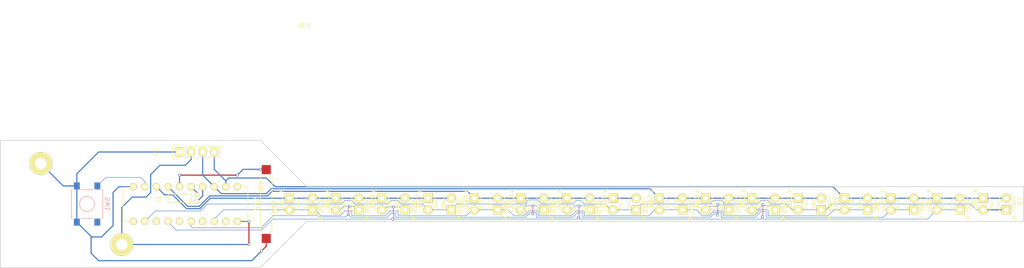
<source format=kicad_pcb>
(kicad_pcb (version 4) (host pcbnew 4.0.2-stable)

  (general
    (links 78)
    (no_connects 1)
    (area 0 0 0 0)
    (thickness 1.6)
    (drawings 9)
    (tracks 324)
    (zones 0)
    (modules 38)
    (nets 21)
  )

  (page A4)
  (layers
    (0 F.Cu jumper)
    (31 B.Cu signal)
    (32 B.Adhes user)
    (33 F.Adhes user)
    (34 B.Paste user)
    (35 F.Paste user)
    (36 B.SilkS user)
    (37 F.SilkS user)
    (38 B.Mask user)
    (39 F.Mask user)
    (40 Dwgs.User user)
    (41 Cmts.User user)
    (42 Eco1.User user)
    (43 Eco2.User user)
    (44 Edge.Cuts user)
    (45 Margin user)
    (46 B.CrtYd user)
    (47 F.CrtYd user)
    (48 B.Fab user)
    (49 F.Fab user)
  )

  (setup
    (last_trace_width 0.25)
    (user_trace_width 0.1)
    (user_trace_width 0.25)
    (trace_clearance 0.2)
    (zone_clearance 0.508)
    (zone_45_only no)
    (trace_min 0.1)
    (segment_width 0.2)
    (edge_width 0.15)
    (via_size 0.6)
    (via_drill 0.4)
    (via_min_size 0.4)
    (via_min_drill 0.3)
    (uvia_size 0.3)
    (uvia_drill 0.1)
    (uvias_allowed yes)
    (uvia_min_size 0.2)
    (uvia_min_drill 0.1)
    (pcb_text_width 0.3)
    (pcb_text_size 1.5 1.5)
    (mod_edge_width 0.15)
    (mod_text_size 1 1)
    (mod_text_width 0.15)
    (pad_size 1.524 1.524)
    (pad_drill 0.762)
    (pad_to_mask_clearance 0.2)
    (aux_axis_origin 0 0)
    (grid_origin 257.81 116.84)
    (visible_elements FFFFFF7F)
    (pcbplotparams
      (layerselection 0x00030_80000001)
      (usegerberextensions false)
      (excludeedgelayer true)
      (linewidth 0.100000)
      (plotframeref false)
      (viasonmask false)
      (mode 1)
      (useauxorigin false)
      (hpglpennumber 1)
      (hpglpenspeed 20)
      (hpglpendiameter 15)
      (hpglpenoverlay 2)
      (psnegative false)
      (psa4output false)
      (plotreference true)
      (plotvalue true)
      (plotinvisibletext false)
      (padsonsilk false)
      (subtractmaskfromsilk false)
      (outputformat 1)
      (mirror false)
      (drillshape 1)
      (scaleselection 1)
      (outputdirectory ""))
  )

  (net 0 "")
  (net 1 VCC)
  (net 2 GND)
  (net 3 "Net-(D1-Pad1)")
  (net 4 "Net-(D1-Pad2)")
  (net 5 "Net-(D11-Pad1)")
  (net 6 "Net-(D13-Pad1)")
  (net 7 "Net-(D15-Pad1)")
  (net 8 "Net-(D10-Pad1)")
  (net 9 "Net-(D17-Pad2)")
  (net 10 "Net-(D25-Pad2)")
  (net 11 "Net-(IC1-Pad1)")
  (net 12 "Net-(IC1-Pad4)")
  (net 13 "Net-(IC1-Pad5)")
  (net 14 "Net-(IC1-Pad6)")
  (net 15 "Net-(IC1-Pad9)")
  (net 16 "Net-(IC1-Pad11)")
  (net 17 "Net-(IC1-Pad13)")
  (net 18 "Net-(IC1-Pad15)")
  (net 19 "Net-(IC1-Pad17)")
  (net 20 "Net-(IC1-Pad19)")

  (net_class Default "Dies ist die voreingestellte Netzklasse."
    (clearance 0.2)
    (trace_width 0.25)
    (via_dia 0.6)
    (via_drill 0.4)
    (uvia_dia 0.3)
    (uvia_drill 0.1)
    (add_net GND)
    (add_net "Net-(D1-Pad1)")
    (add_net "Net-(D1-Pad2)")
    (add_net "Net-(D10-Pad1)")
    (add_net "Net-(D11-Pad1)")
    (add_net "Net-(D13-Pad1)")
    (add_net "Net-(D15-Pad1)")
    (add_net "Net-(D17-Pad2)")
    (add_net "Net-(D25-Pad2)")
    (add_net "Net-(IC1-Pad1)")
    (add_net "Net-(IC1-Pad11)")
    (add_net "Net-(IC1-Pad13)")
    (add_net "Net-(IC1-Pad15)")
    (add_net "Net-(IC1-Pad17)")
    (add_net "Net-(IC1-Pad19)")
    (add_net "Net-(IC1-Pad4)")
    (add_net "Net-(IC1-Pad5)")
    (add_net "Net-(IC1-Pad6)")
    (add_net "Net-(IC1-Pad9)")
    (add_net VCC)
  )

  (net_class small ""
    (clearance 0.1)
    (trace_width 0.1)
    (via_dia 0.6)
    (via_drill 0.4)
    (uvia_dia 0.3)
    (uvia_drill 0.1)
  )

  (module Wire_Connections_Bridges:WireConnection_2.50mmDrill (layer F.Cu) (tedit 578FA8BD) (tstamp 578FA552)
    (at 114.3 77.47)
    (descr "WireConnection with 2.5mm drill")
    (path /578D4E70)
    (fp_text reference BT1 (at 4.8514 0.2032) (layer F.SilkS)
      (effects (font (size 1 1) (thickness 0.15)))
    )
    (fp_text value 3xAA (at 5.08 3.81) (layer F.Fab)
      (effects (font (size 1 1) (thickness 0.15)))
    )
    (fp_line (start 14.0716 -3.7592) (end 13.8684 -3.6576) (layer Cmts.User) (width 0.381))
    (fp_line (start 13.8684 -3.6576) (end 13.6398 -3.6576) (layer Cmts.User) (width 0.381))
    (fp_line (start 13.6398 -3.6576) (end 13.4366 -3.7592) (layer Cmts.User) (width 0.381))
    (fp_line (start 13.4366 -3.7592) (end 13.3604 -4.1148) (layer Cmts.User) (width 0.381))
    (fp_line (start 13.3604 -4.1148) (end 13.3604 -4.572) (layer Cmts.User) (width 0.381))
    (fp_line (start 13.3604 -4.572) (end 13.462 -4.6482) (layer Cmts.User) (width 0.381))
    (fp_line (start 13.462 -4.6482) (end 13.7668 -4.7244) (layer Cmts.User) (width 0.381))
    (fp_line (start 13.7668 -4.7244) (end 13.9954 -4.6736) (layer Cmts.User) (width 0.381))
    (fp_line (start 13.9954 -4.6736) (end 14.0462 -4.318) (layer Cmts.User) (width 0.381))
    (fp_line (start 14.0462 -4.318) (end 13.4366 -4.191) (layer Cmts.User) (width 0.381))
    (fp_line (start 13.4366 -4.191) (end 13.4366 -4.2418) (layer Cmts.User) (width 0.381))
    (fp_line (start 12.7508 -3.7084) (end 12.4206 -3.7084) (layer Cmts.User) (width 0.381))
    (fp_line (start 12.4206 -3.7084) (end 12.2174 -3.7084) (layer Cmts.User) (width 0.381))
    (fp_line (start 12.2174 -3.7084) (end 12.0396 -3.8608) (layer Cmts.User) (width 0.381))
    (fp_line (start 12.0396 -3.8608) (end 12.0396 -4.2418) (layer Cmts.User) (width 0.381))
    (fp_line (start 12.0396 -4.2418) (end 12.1412 -4.572) (layer Cmts.User) (width 0.381))
    (fp_line (start 12.1412 -4.572) (end 12.2936 -4.6482) (layer Cmts.User) (width 0.381))
    (fp_line (start 12.2936 -4.6482) (end 12.573 -4.6482) (layer Cmts.User) (width 0.381))
    (fp_line (start 12.573 -4.6482) (end 12.7508 -4.572) (layer Cmts.User) (width 0.381))
    (fp_line (start 12.7508 -4.572) (end 12.7762 -4.2672) (layer Cmts.User) (width 0.381))
    (fp_line (start 12.7762 -4.2672) (end 12.1412 -4.2418) (layer Cmts.User) (width 0.381))
    (fp_line (start 11.2268 -4.5212) (end 11.6078 -4.6736) (layer Cmts.User) (width 0.381))
    (fp_line (start 11.6078 -4.6736) (end 11.6332 -4.6736) (layer Cmts.User) (width 0.381))
    (fp_line (start 11.2014 -4.7244) (end 11.2014 -3.6576) (layer Cmts.User) (width 0.381))
    (fp_line (start 9.9822 -4.6736) (end 10.668 -4.7244) (layer Cmts.User) (width 0.381))
    (fp_line (start 10.7188 -5.207) (end 10.541 -5.207) (layer Cmts.User) (width 0.381))
    (fp_line (start 10.541 -5.207) (end 10.3886 -5.08) (layer Cmts.User) (width 0.381))
    (fp_line (start 10.3886 -5.08) (end 10.3378 -3.7084) (layer Cmts.User) (width 0.381))
    (fp_line (start 8.4328 -4.5974) (end 8.3058 -4.6736) (layer Cmts.User) (width 0.381))
    (fp_line (start 8.3058 -4.6736) (end 8.0264 -4.6736) (layer Cmts.User) (width 0.381))
    (fp_line (start 8.0264 -4.6736) (end 7.874 -4.445) (layer Cmts.User) (width 0.381))
    (fp_line (start 7.874 -4.445) (end 7.8994 -4.2672) (layer Cmts.User) (width 0.381))
    (fp_line (start 7.8994 -4.2672) (end 8.1788 -4.191) (layer Cmts.User) (width 0.381))
    (fp_line (start 8.1788 -4.191) (end 8.4328 -4.1148) (layer Cmts.User) (width 0.381))
    (fp_line (start 8.4328 -4.1148) (end 8.4836 -3.8354) (layer Cmts.User) (width 0.381))
    (fp_line (start 8.4836 -3.8354) (end 8.2804 -3.6576) (layer Cmts.User) (width 0.381))
    (fp_line (start 8.2804 -3.6576) (end 7.8994 -3.7084) (layer Cmts.User) (width 0.381))
    (fp_line (start 7.1628 -3.6576) (end 6.8072 -3.7592) (layer Cmts.User) (width 0.381))
    (fp_line (start 6.8072 -3.7592) (end 6.604 -3.8354) (layer Cmts.User) (width 0.381))
    (fp_line (start 6.604 -3.8354) (end 6.477 -4.1656) (layer Cmts.User) (width 0.381))
    (fp_line (start 6.477 -4.1656) (end 6.477 -4.4704) (layer Cmts.User) (width 0.381))
    (fp_line (start 6.477 -4.4704) (end 6.6802 -4.6736) (layer Cmts.User) (width 0.381))
    (fp_line (start 6.6802 -4.6736) (end 7.0104 -4.7244) (layer Cmts.User) (width 0.381))
    (fp_line (start 7.2136 -5.207) (end 7.2136 -3.6576) (layer Cmts.User) (width 0.381))
    (fp_line (start 5.715 -3.6576) (end 5.2578 -3.7084) (layer Cmts.User) (width 0.381))
    (fp_line (start 5.2578 -3.7084) (end 5.1054 -3.9116) (layer Cmts.User) (width 0.381))
    (fp_line (start 5.1054 -3.9116) (end 5.1308 -4.191) (layer Cmts.User) (width 0.381))
    (fp_line (start 5.1308 -4.191) (end 5.842 -4.2418) (layer Cmts.User) (width 0.381))
    (fp_line (start 5.1054 -4.572) (end 5.3848 -4.7244) (layer Cmts.User) (width 0.381))
    (fp_line (start 5.3848 -4.7244) (end 5.6388 -4.6482) (layer Cmts.User) (width 0.381))
    (fp_line (start 5.6388 -4.6482) (end 5.7912 -4.4704) (layer Cmts.User) (width 0.381))
    (fp_line (start 5.7912 -4.4704) (end 5.842 -3.6322) (layer Cmts.User) (width 0.381))
    (fp_line (start 3.6068 -3.6576) (end 3.6322 -5.2578) (layer Cmts.User) (width 0.381))
    (fp_line (start 3.6322 -5.2578) (end 4.0894 -5.2578) (layer Cmts.User) (width 0.381))
    (fp_line (start 4.0894 -5.2578) (end 4.3688 -5.1308) (layer Cmts.User) (width 0.381))
    (fp_line (start 4.3688 -5.1308) (end 4.4958 -4.8768) (layer Cmts.User) (width 0.381))
    (fp_line (start 4.4958 -4.8768) (end 4.4958 -4.5974) (layer Cmts.User) (width 0.381))
    (fp_line (start 4.4958 -4.5974) (end 4.3688 -4.3942) (layer Cmts.User) (width 0.381))
    (fp_line (start 4.3688 -4.3942) (end 4.0894 -4.445) (layer Cmts.User) (width 0.381))
    (fp_line (start 4.0894 -4.445) (end 3.6322 -4.445) (layer Cmts.User) (width 0.381))
    (fp_line (start 1.778 -3.7592) (end 1.524 -3.6576) (layer Cmts.User) (width 0.381))
    (fp_line (start 1.524 -3.6576) (end 1.27 -3.7592) (layer Cmts.User) (width 0.381))
    (fp_line (start 1.27 -3.7592) (end 1.1176 -3.9116) (layer Cmts.User) (width 0.381))
    (fp_line (start 1.1176 -3.9116) (end 1.0414 -4.318) (layer Cmts.User) (width 0.381))
    (fp_line (start 1.0414 -4.318) (end 1.1684 -4.572) (layer Cmts.User) (width 0.381))
    (fp_line (start 1.1684 -4.572) (end 1.3716 -4.6736) (layer Cmts.User) (width 0.381))
    (fp_line (start 1.3716 -4.6736) (end 1.651 -4.6482) (layer Cmts.User) (width 0.381))
    (fp_line (start 1.651 -4.6482) (end 1.8034 -4.5212) (layer Cmts.User) (width 0.381))
    (fp_line (start 1.8034 -4.5212) (end 1.8034 -4.318) (layer Cmts.User) (width 0.381))
    (fp_line (start 1.8034 -4.318) (end 1.1684 -4.2418) (layer Cmts.User) (width 0.381))
    (fp_line (start -0.1524 -4.7244) (end 0.3048 -3.6576) (layer Cmts.User) (width 0.381))
    (fp_line (start 0.3048 -3.6576) (end 0.5842 -4.6736) (layer Cmts.User) (width 0.381))
    (fp_line (start 0.5842 -4.6736) (end 0.5588 -4.6736) (layer Cmts.User) (width 0.381))
    (fp_line (start -1.4732 -4.3942) (end -1.4732 -3.9116) (layer Cmts.User) (width 0.381))
    (fp_line (start -1.4732 -3.9116) (end -1.27 -3.7084) (layer Cmts.User) (width 0.381))
    (fp_line (start -1.27 -3.7084) (end -1.0414 -3.6576) (layer Cmts.User) (width 0.381))
    (fp_line (start -1.0414 -3.6576) (end -0.762 -3.7846) (layer Cmts.User) (width 0.381))
    (fp_line (start -0.762 -3.7846) (end -0.6604 -3.9878) (layer Cmts.User) (width 0.381))
    (fp_line (start -0.6604 -3.9878) (end -0.6604 -4.445) (layer Cmts.User) (width 0.381))
    (fp_line (start -0.6604 -4.445) (end -0.8382 -4.6482) (layer Cmts.User) (width 0.381))
    (fp_line (start -0.8382 -4.6482) (end -1.1176 -4.7244) (layer Cmts.User) (width 0.381))
    (fp_line (start -1.1176 -4.7244) (end -1.4478 -4.4704) (layer Cmts.User) (width 0.381))
    (fp_line (start -3.0988 -3.6322) (end -3.0988 -5.2578) (layer Cmts.User) (width 0.381))
    (fp_line (start -3.0988 -5.2578) (end -2.6162 -4.1148) (layer Cmts.User) (width 0.381))
    (fp_line (start -2.6162 -4.1148) (end -2.1336 -5.1816) (layer Cmts.User) (width 0.381))
    (fp_line (start -2.1336 -5.1816) (end -2.1336 -3.6322) (layer Cmts.User) (width 0.381))
    (pad 1 thru_hole circle (at -35.56 48.26) (size 5.00126 5.00126) (drill 2.49936) (layers *.Cu *.Mask F.SilkS)
      (net 1 VCC))
    (pad 2 thru_hole circle (at -53.34 30.48) (size 5.00126 5.00126) (drill 2.49936) (layers *.Cu *.Mask F.SilkS)
      (net 2 GND))
  )

  (module LEDs:LED-3MM (layer F.Cu) (tedit 559B82F6) (tstamp 578FA558)
    (at 273.05 118.11 90)
    (descr "LED 3mm round vertical")
    (tags "LED  3mm round vertical")
    (path /578D031F)
    (fp_text reference D1 (at 1.91 3.06 90) (layer F.SilkS)
      (effects (font (size 1 1) (thickness 0.15)))
    )
    (fp_text value LED (at 1.3 -2.9 90) (layer F.Fab)
      (effects (font (size 1 1) (thickness 0.15)))
    )
    (fp_line (start -1.2 2.3) (end 3.8 2.3) (layer F.CrtYd) (width 0.05))
    (fp_line (start 3.8 2.3) (end 3.8 -2.2) (layer F.CrtYd) (width 0.05))
    (fp_line (start 3.8 -2.2) (end -1.2 -2.2) (layer F.CrtYd) (width 0.05))
    (fp_line (start -1.2 -2.2) (end -1.2 2.3) (layer F.CrtYd) (width 0.05))
    (fp_line (start -0.199 1.314) (end -0.199 1.114) (layer F.SilkS) (width 0.15))
    (fp_line (start -0.199 -1.28) (end -0.199 -1.1) (layer F.SilkS) (width 0.15))
    (fp_arc (start 1.301 0.034) (end -0.199 -1.286) (angle 108.5) (layer F.SilkS) (width 0.15))
    (fp_arc (start 1.301 0.034) (end 0.25 -1.1) (angle 85.7) (layer F.SilkS) (width 0.15))
    (fp_arc (start 1.311 0.034) (end 3.051 0.994) (angle 110) (layer F.SilkS) (width 0.15))
    (fp_arc (start 1.301 0.034) (end 2.335 1.094) (angle 87.5) (layer F.SilkS) (width 0.15))
    (fp_text user K (at -1.69 1.74 90) (layer F.SilkS)
      (effects (font (size 1 1) (thickness 0.15)))
    )
    (pad 1 thru_hole rect (at 0 0 180) (size 2 2) (drill 1.00076) (layers *.Cu *.Mask F.SilkS)
      (net 3 "Net-(D1-Pad1)"))
    (pad 2 thru_hole circle (at 2.54 0 90) (size 2 2) (drill 1.00076) (layers *.Cu *.Mask F.SilkS)
      (net 4 "Net-(D1-Pad2)"))
    (model LEDs.3dshapes/LED-3MM.wrl
      (at (xyz 0.05 0 0))
      (scale (xyz 1 1 1))
      (rotate (xyz 0 0 90))
    )
  )

  (module LEDs:LED-3MM (layer F.Cu) (tedit 559B82F6) (tstamp 578FA55E)
    (at 267.97 115.57 270)
    (descr "LED 3mm round vertical")
    (tags "LED  3mm round vertical")
    (path /578D0325)
    (fp_text reference D2 (at 1.91 3.06 270) (layer F.SilkS)
      (effects (font (size 1 1) (thickness 0.15)))
    )
    (fp_text value LED (at 1.3 -2.9 270) (layer F.Fab)
      (effects (font (size 1 1) (thickness 0.15)))
    )
    (fp_line (start -1.2 2.3) (end 3.8 2.3) (layer F.CrtYd) (width 0.05))
    (fp_line (start 3.8 2.3) (end 3.8 -2.2) (layer F.CrtYd) (width 0.05))
    (fp_line (start 3.8 -2.2) (end -1.2 -2.2) (layer F.CrtYd) (width 0.05))
    (fp_line (start -1.2 -2.2) (end -1.2 2.3) (layer F.CrtYd) (width 0.05))
    (fp_line (start -0.199 1.314) (end -0.199 1.114) (layer F.SilkS) (width 0.15))
    (fp_line (start -0.199 -1.28) (end -0.199 -1.1) (layer F.SilkS) (width 0.15))
    (fp_arc (start 1.301 0.034) (end -0.199 -1.286) (angle 108.5) (layer F.SilkS) (width 0.15))
    (fp_arc (start 1.301 0.034) (end 0.25 -1.1) (angle 85.7) (layer F.SilkS) (width 0.15))
    (fp_arc (start 1.311 0.034) (end 3.051 0.994) (angle 110) (layer F.SilkS) (width 0.15))
    (fp_arc (start 1.301 0.034) (end 2.335 1.094) (angle 87.5) (layer F.SilkS) (width 0.15))
    (fp_text user K (at -1.69 1.74 270) (layer F.SilkS)
      (effects (font (size 1 1) (thickness 0.15)))
    )
    (pad 1 thru_hole rect (at 0 0) (size 2 2) (drill 1.00076) (layers *.Cu *.Mask F.SilkS)
      (net 4 "Net-(D1-Pad2)"))
    (pad 2 thru_hole circle (at 2.54 0 270) (size 2 2) (drill 1.00076) (layers *.Cu *.Mask F.SilkS)
      (net 3 "Net-(D1-Pad1)"))
    (model LEDs.3dshapes/LED-3MM.wrl
      (at (xyz 0.05 0 0))
      (scale (xyz 1 1 1))
      (rotate (xyz 0 0 90))
    )
  )

  (module LEDs:LED-3MM (layer F.Cu) (tedit 559B82F6) (tstamp 578FA564)
    (at 262.89 118.11 90)
    (descr "LED 3mm round vertical")
    (tags "LED  3mm round vertical")
    (path /578D032B)
    (fp_text reference D3 (at 1.91 3.06 90) (layer F.SilkS)
      (effects (font (size 1 1) (thickness 0.15)))
    )
    (fp_text value LED (at 1.3 -2.9 90) (layer F.Fab)
      (effects (font (size 1 1) (thickness 0.15)))
    )
    (fp_line (start -1.2 2.3) (end 3.8 2.3) (layer F.CrtYd) (width 0.05))
    (fp_line (start 3.8 2.3) (end 3.8 -2.2) (layer F.CrtYd) (width 0.05))
    (fp_line (start 3.8 -2.2) (end -1.2 -2.2) (layer F.CrtYd) (width 0.05))
    (fp_line (start -1.2 -2.2) (end -1.2 2.3) (layer F.CrtYd) (width 0.05))
    (fp_line (start -0.199 1.314) (end -0.199 1.114) (layer F.SilkS) (width 0.15))
    (fp_line (start -0.199 -1.28) (end -0.199 -1.1) (layer F.SilkS) (width 0.15))
    (fp_arc (start 1.301 0.034) (end -0.199 -1.286) (angle 108.5) (layer F.SilkS) (width 0.15))
    (fp_arc (start 1.301 0.034) (end 0.25 -1.1) (angle 85.7) (layer F.SilkS) (width 0.15))
    (fp_arc (start 1.311 0.034) (end 3.051 0.994) (angle 110) (layer F.SilkS) (width 0.15))
    (fp_arc (start 1.301 0.034) (end 2.335 1.094) (angle 87.5) (layer F.SilkS) (width 0.15))
    (fp_text user K (at -1.69 1.74 90) (layer F.SilkS)
      (effects (font (size 1 1) (thickness 0.15)))
    )
    (pad 1 thru_hole rect (at 0 0 180) (size 2 2) (drill 1.00076) (layers *.Cu *.Mask F.SilkS)
      (net 5 "Net-(D11-Pad1)"))
    (pad 2 thru_hole circle (at 2.54 0 90) (size 2 2) (drill 1.00076) (layers *.Cu *.Mask F.SilkS)
      (net 4 "Net-(D1-Pad2)"))
    (model LEDs.3dshapes/LED-3MM.wrl
      (at (xyz 0.05 0 0))
      (scale (xyz 1 1 1))
      (rotate (xyz 0 0 90))
    )
  )

  (module LEDs:LED-3MM (layer F.Cu) (tedit 559B82F6) (tstamp 578FA56A)
    (at 257.81 115.57 270)
    (descr "LED 3mm round vertical")
    (tags "LED  3mm round vertical")
    (path /578D0331)
    (fp_text reference D4 (at 1.91 3.06 270) (layer F.SilkS)
      (effects (font (size 1 1) (thickness 0.15)))
    )
    (fp_text value LED (at 1.3 -2.9 270) (layer F.Fab)
      (effects (font (size 1 1) (thickness 0.15)))
    )
    (fp_line (start -1.2 2.3) (end 3.8 2.3) (layer F.CrtYd) (width 0.05))
    (fp_line (start 3.8 2.3) (end 3.8 -2.2) (layer F.CrtYd) (width 0.05))
    (fp_line (start 3.8 -2.2) (end -1.2 -2.2) (layer F.CrtYd) (width 0.05))
    (fp_line (start -1.2 -2.2) (end -1.2 2.3) (layer F.CrtYd) (width 0.05))
    (fp_line (start -0.199 1.314) (end -0.199 1.114) (layer F.SilkS) (width 0.15))
    (fp_line (start -0.199 -1.28) (end -0.199 -1.1) (layer F.SilkS) (width 0.15))
    (fp_arc (start 1.301 0.034) (end -0.199 -1.286) (angle 108.5) (layer F.SilkS) (width 0.15))
    (fp_arc (start 1.301 0.034) (end 0.25 -1.1) (angle 85.7) (layer F.SilkS) (width 0.15))
    (fp_arc (start 1.311 0.034) (end 3.051 0.994) (angle 110) (layer F.SilkS) (width 0.15))
    (fp_arc (start 1.301 0.034) (end 2.335 1.094) (angle 87.5) (layer F.SilkS) (width 0.15))
    (fp_text user K (at -1.69 1.74 270) (layer F.SilkS)
      (effects (font (size 1 1) (thickness 0.15)))
    )
    (pad 1 thru_hole rect (at 0 0) (size 2 2) (drill 1.00076) (layers *.Cu *.Mask F.SilkS)
      (net 4 "Net-(D1-Pad2)"))
    (pad 2 thru_hole circle (at 2.54 0 270) (size 2 2) (drill 1.00076) (layers *.Cu *.Mask F.SilkS)
      (net 5 "Net-(D11-Pad1)"))
    (model LEDs.3dshapes/LED-3MM.wrl
      (at (xyz 0.05 0 0))
      (scale (xyz 1 1 1))
      (rotate (xyz 0 0 90))
    )
  )

  (module LEDs:LED-3MM (layer F.Cu) (tedit 559B82F6) (tstamp 578FA570)
    (at 252.73 118.11 90)
    (descr "LED 3mm round vertical")
    (tags "LED  3mm round vertical")
    (path /578D0337)
    (fp_text reference D5 (at 1.91 3.06 90) (layer F.SilkS)
      (effects (font (size 1 1) (thickness 0.15)))
    )
    (fp_text value LED (at 1.3 -2.9 90) (layer F.Fab)
      (effects (font (size 1 1) (thickness 0.15)))
    )
    (fp_line (start -1.2 2.3) (end 3.8 2.3) (layer F.CrtYd) (width 0.05))
    (fp_line (start 3.8 2.3) (end 3.8 -2.2) (layer F.CrtYd) (width 0.05))
    (fp_line (start 3.8 -2.2) (end -1.2 -2.2) (layer F.CrtYd) (width 0.05))
    (fp_line (start -1.2 -2.2) (end -1.2 2.3) (layer F.CrtYd) (width 0.05))
    (fp_line (start -0.199 1.314) (end -0.199 1.114) (layer F.SilkS) (width 0.15))
    (fp_line (start -0.199 -1.28) (end -0.199 -1.1) (layer F.SilkS) (width 0.15))
    (fp_arc (start 1.301 0.034) (end -0.199 -1.286) (angle 108.5) (layer F.SilkS) (width 0.15))
    (fp_arc (start 1.301 0.034) (end 0.25 -1.1) (angle 85.7) (layer F.SilkS) (width 0.15))
    (fp_arc (start 1.311 0.034) (end 3.051 0.994) (angle 110) (layer F.SilkS) (width 0.15))
    (fp_arc (start 1.301 0.034) (end 2.335 1.094) (angle 87.5) (layer F.SilkS) (width 0.15))
    (fp_text user K (at -1.69 1.74 90) (layer F.SilkS)
      (effects (font (size 1 1) (thickness 0.15)))
    )
    (pad 1 thru_hole rect (at 0 0 180) (size 2 2) (drill 1.00076) (layers *.Cu *.Mask F.SilkS)
      (net 6 "Net-(D13-Pad1)"))
    (pad 2 thru_hole circle (at 2.54 0 90) (size 2 2) (drill 1.00076) (layers *.Cu *.Mask F.SilkS)
      (net 4 "Net-(D1-Pad2)"))
    (model LEDs.3dshapes/LED-3MM.wrl
      (at (xyz 0.05 0 0))
      (scale (xyz 1 1 1))
      (rotate (xyz 0 0 90))
    )
  )

  (module LEDs:LED-3MM (layer F.Cu) (tedit 559B82F6) (tstamp 578FA576)
    (at 247.65 115.57 270)
    (descr "LED 3mm round vertical")
    (tags "LED  3mm round vertical")
    (path /578D033D)
    (fp_text reference D6 (at 1.91 3.06 270) (layer F.SilkS)
      (effects (font (size 1 1) (thickness 0.15)))
    )
    (fp_text value LED (at 1.3 -2.9 270) (layer F.Fab)
      (effects (font (size 1 1) (thickness 0.15)))
    )
    (fp_line (start -1.2 2.3) (end 3.8 2.3) (layer F.CrtYd) (width 0.05))
    (fp_line (start 3.8 2.3) (end 3.8 -2.2) (layer F.CrtYd) (width 0.05))
    (fp_line (start 3.8 -2.2) (end -1.2 -2.2) (layer F.CrtYd) (width 0.05))
    (fp_line (start -1.2 -2.2) (end -1.2 2.3) (layer F.CrtYd) (width 0.05))
    (fp_line (start -0.199 1.314) (end -0.199 1.114) (layer F.SilkS) (width 0.15))
    (fp_line (start -0.199 -1.28) (end -0.199 -1.1) (layer F.SilkS) (width 0.15))
    (fp_arc (start 1.301 0.034) (end -0.199 -1.286) (angle 108.5) (layer F.SilkS) (width 0.15))
    (fp_arc (start 1.301 0.034) (end 0.25 -1.1) (angle 85.7) (layer F.SilkS) (width 0.15))
    (fp_arc (start 1.311 0.034) (end 3.051 0.994) (angle 110) (layer F.SilkS) (width 0.15))
    (fp_arc (start 1.301 0.034) (end 2.335 1.094) (angle 87.5) (layer F.SilkS) (width 0.15))
    (fp_text user K (at -1.69 1.74 270) (layer F.SilkS)
      (effects (font (size 1 1) (thickness 0.15)))
    )
    (pad 1 thru_hole rect (at 0 0) (size 2 2) (drill 1.00076) (layers *.Cu *.Mask F.SilkS)
      (net 4 "Net-(D1-Pad2)"))
    (pad 2 thru_hole circle (at 2.54 0 270) (size 2 2) (drill 1.00076) (layers *.Cu *.Mask F.SilkS)
      (net 6 "Net-(D13-Pad1)"))
    (model LEDs.3dshapes/LED-3MM.wrl
      (at (xyz 0.05 0 0))
      (scale (xyz 1 1 1))
      (rotate (xyz 0 0 90))
    )
  )

  (module LEDs:LED-3MM (layer F.Cu) (tedit 559B82F6) (tstamp 578FA57C)
    (at 242.57 118.11 90)
    (descr "LED 3mm round vertical")
    (tags "LED  3mm round vertical")
    (path /578D0343)
    (fp_text reference D7 (at 1.91 3.06 90) (layer F.SilkS)
      (effects (font (size 1 1) (thickness 0.15)))
    )
    (fp_text value LED (at 1.3 -2.9 90) (layer F.Fab)
      (effects (font (size 1 1) (thickness 0.15)))
    )
    (fp_line (start -1.2 2.3) (end 3.8 2.3) (layer F.CrtYd) (width 0.05))
    (fp_line (start 3.8 2.3) (end 3.8 -2.2) (layer F.CrtYd) (width 0.05))
    (fp_line (start 3.8 -2.2) (end -1.2 -2.2) (layer F.CrtYd) (width 0.05))
    (fp_line (start -1.2 -2.2) (end -1.2 2.3) (layer F.CrtYd) (width 0.05))
    (fp_line (start -0.199 1.314) (end -0.199 1.114) (layer F.SilkS) (width 0.15))
    (fp_line (start -0.199 -1.28) (end -0.199 -1.1) (layer F.SilkS) (width 0.15))
    (fp_arc (start 1.301 0.034) (end -0.199 -1.286) (angle 108.5) (layer F.SilkS) (width 0.15))
    (fp_arc (start 1.301 0.034) (end 0.25 -1.1) (angle 85.7) (layer F.SilkS) (width 0.15))
    (fp_arc (start 1.311 0.034) (end 3.051 0.994) (angle 110) (layer F.SilkS) (width 0.15))
    (fp_arc (start 1.301 0.034) (end 2.335 1.094) (angle 87.5) (layer F.SilkS) (width 0.15))
    (fp_text user K (at -1.69 1.74 90) (layer F.SilkS)
      (effects (font (size 1 1) (thickness 0.15)))
    )
    (pad 1 thru_hole rect (at 0 0 180) (size 2 2) (drill 1.00076) (layers *.Cu *.Mask F.SilkS)
      (net 7 "Net-(D15-Pad1)"))
    (pad 2 thru_hole circle (at 2.54 0 90) (size 2 2) (drill 1.00076) (layers *.Cu *.Mask F.SilkS)
      (net 4 "Net-(D1-Pad2)"))
    (model LEDs.3dshapes/LED-3MM.wrl
      (at (xyz 0.05 0 0))
      (scale (xyz 1 1 1))
      (rotate (xyz 0 0 90))
    )
  )

  (module LEDs:LED-3MM (layer F.Cu) (tedit 559B82F6) (tstamp 578FA582)
    (at 237.49 115.57 270)
    (descr "LED 3mm round vertical")
    (tags "LED  3mm round vertical")
    (path /578D0349)
    (fp_text reference D8 (at 1.91 3.06 270) (layer F.SilkS)
      (effects (font (size 1 1) (thickness 0.15)))
    )
    (fp_text value LED (at 1.3 -2.9 270) (layer F.Fab)
      (effects (font (size 1 1) (thickness 0.15)))
    )
    (fp_line (start -1.2 2.3) (end 3.8 2.3) (layer F.CrtYd) (width 0.05))
    (fp_line (start 3.8 2.3) (end 3.8 -2.2) (layer F.CrtYd) (width 0.05))
    (fp_line (start 3.8 -2.2) (end -1.2 -2.2) (layer F.CrtYd) (width 0.05))
    (fp_line (start -1.2 -2.2) (end -1.2 2.3) (layer F.CrtYd) (width 0.05))
    (fp_line (start -0.199 1.314) (end -0.199 1.114) (layer F.SilkS) (width 0.15))
    (fp_line (start -0.199 -1.28) (end -0.199 -1.1) (layer F.SilkS) (width 0.15))
    (fp_arc (start 1.301 0.034) (end -0.199 -1.286) (angle 108.5) (layer F.SilkS) (width 0.15))
    (fp_arc (start 1.301 0.034) (end 0.25 -1.1) (angle 85.7) (layer F.SilkS) (width 0.15))
    (fp_arc (start 1.311 0.034) (end 3.051 0.994) (angle 110) (layer F.SilkS) (width 0.15))
    (fp_arc (start 1.301 0.034) (end 2.335 1.094) (angle 87.5) (layer F.SilkS) (width 0.15))
    (fp_text user K (at -1.69 1.74 270) (layer F.SilkS)
      (effects (font (size 1 1) (thickness 0.15)))
    )
    (pad 1 thru_hole rect (at 0 0) (size 2 2) (drill 1.00076) (layers *.Cu *.Mask F.SilkS)
      (net 4 "Net-(D1-Pad2)"))
    (pad 2 thru_hole circle (at 2.54 0 270) (size 2 2) (drill 1.00076) (layers *.Cu *.Mask F.SilkS)
      (net 7 "Net-(D15-Pad1)"))
    (model LEDs.3dshapes/LED-3MM.wrl
      (at (xyz 0.05 0 0))
      (scale (xyz 1 1 1))
      (rotate (xyz 0 0 90))
    )
  )

  (module LEDs:LED-3MM (layer F.Cu) (tedit 559B82F6) (tstamp 578FA588)
    (at 232.41 118.11 90)
    (descr "LED 3mm round vertical")
    (tags "LED  3mm round vertical")
    (path /578CFAA0)
    (fp_text reference D9 (at 1.91 3.06 90) (layer F.SilkS)
      (effects (font (size 1 1) (thickness 0.15)))
    )
    (fp_text value LED (at 1.3 -2.9 90) (layer F.Fab)
      (effects (font (size 1 1) (thickness 0.15)))
    )
    (fp_line (start -1.2 2.3) (end 3.8 2.3) (layer F.CrtYd) (width 0.05))
    (fp_line (start 3.8 2.3) (end 3.8 -2.2) (layer F.CrtYd) (width 0.05))
    (fp_line (start 3.8 -2.2) (end -1.2 -2.2) (layer F.CrtYd) (width 0.05))
    (fp_line (start -1.2 -2.2) (end -1.2 2.3) (layer F.CrtYd) (width 0.05))
    (fp_line (start -0.199 1.314) (end -0.199 1.114) (layer F.SilkS) (width 0.15))
    (fp_line (start -0.199 -1.28) (end -0.199 -1.1) (layer F.SilkS) (width 0.15))
    (fp_arc (start 1.301 0.034) (end -0.199 -1.286) (angle 108.5) (layer F.SilkS) (width 0.15))
    (fp_arc (start 1.301 0.034) (end 0.25 -1.1) (angle 85.7) (layer F.SilkS) (width 0.15))
    (fp_arc (start 1.311 0.034) (end 3.051 0.994) (angle 110) (layer F.SilkS) (width 0.15))
    (fp_arc (start 1.301 0.034) (end 2.335 1.094) (angle 87.5) (layer F.SilkS) (width 0.15))
    (fp_text user K (at -1.69 1.74 90) (layer F.SilkS)
      (effects (font (size 1 1) (thickness 0.15)))
    )
    (pad 1 thru_hole rect (at 0 0 180) (size 2 2) (drill 1.00076) (layers *.Cu *.Mask F.SilkS)
      (net 3 "Net-(D1-Pad1)"))
    (pad 2 thru_hole circle (at 2.54 0 90) (size 2 2) (drill 1.00076) (layers *.Cu *.Mask F.SilkS)
      (net 8 "Net-(D10-Pad1)"))
    (model LEDs.3dshapes/LED-3MM.wrl
      (at (xyz 0.05 0 0))
      (scale (xyz 1 1 1))
      (rotate (xyz 0 0 90))
    )
  )

  (module LEDs:LED-3MM (layer F.Cu) (tedit 559B82F6) (tstamp 578FA58E)
    (at 227.33 115.57 270)
    (descr "LED 3mm round vertical")
    (tags "LED  3mm round vertical")
    (path /578CFB18)
    (fp_text reference D10 (at 1.91 3.06 270) (layer F.SilkS)
      (effects (font (size 1 1) (thickness 0.15)))
    )
    (fp_text value LED (at 1.3 -2.9 270) (layer F.Fab)
      (effects (font (size 1 1) (thickness 0.15)))
    )
    (fp_line (start -1.2 2.3) (end 3.8 2.3) (layer F.CrtYd) (width 0.05))
    (fp_line (start 3.8 2.3) (end 3.8 -2.2) (layer F.CrtYd) (width 0.05))
    (fp_line (start 3.8 -2.2) (end -1.2 -2.2) (layer F.CrtYd) (width 0.05))
    (fp_line (start -1.2 -2.2) (end -1.2 2.3) (layer F.CrtYd) (width 0.05))
    (fp_line (start -0.199 1.314) (end -0.199 1.114) (layer F.SilkS) (width 0.15))
    (fp_line (start -0.199 -1.28) (end -0.199 -1.1) (layer F.SilkS) (width 0.15))
    (fp_arc (start 1.301 0.034) (end -0.199 -1.286) (angle 108.5) (layer F.SilkS) (width 0.15))
    (fp_arc (start 1.301 0.034) (end 0.25 -1.1) (angle 85.7) (layer F.SilkS) (width 0.15))
    (fp_arc (start 1.311 0.034) (end 3.051 0.994) (angle 110) (layer F.SilkS) (width 0.15))
    (fp_arc (start 1.301 0.034) (end 2.335 1.094) (angle 87.5) (layer F.SilkS) (width 0.15))
    (fp_text user K (at -1.69 1.74 270) (layer F.SilkS)
      (effects (font (size 1 1) (thickness 0.15)))
    )
    (pad 1 thru_hole rect (at 0 0) (size 2 2) (drill 1.00076) (layers *.Cu *.Mask F.SilkS)
      (net 8 "Net-(D10-Pad1)"))
    (pad 2 thru_hole circle (at 2.54 0 270) (size 2 2) (drill 1.00076) (layers *.Cu *.Mask F.SilkS)
      (net 3 "Net-(D1-Pad1)"))
    (model LEDs.3dshapes/LED-3MM.wrl
      (at (xyz 0.05 0 0))
      (scale (xyz 1 1 1))
      (rotate (xyz 0 0 90))
    )
  )

  (module LEDs:LED-3MM (layer F.Cu) (tedit 559B82F6) (tstamp 578FA594)
    (at 222.25 118.11 90)
    (descr "LED 3mm round vertical")
    (tags "LED  3mm round vertical")
    (path /578CFB46)
    (fp_text reference D11 (at 1.91 3.06 90) (layer F.SilkS)
      (effects (font (size 1 1) (thickness 0.15)))
    )
    (fp_text value LED (at 1.3 -2.9 90) (layer F.Fab)
      (effects (font (size 1 1) (thickness 0.15)))
    )
    (fp_line (start -1.2 2.3) (end 3.8 2.3) (layer F.CrtYd) (width 0.05))
    (fp_line (start 3.8 2.3) (end 3.8 -2.2) (layer F.CrtYd) (width 0.05))
    (fp_line (start 3.8 -2.2) (end -1.2 -2.2) (layer F.CrtYd) (width 0.05))
    (fp_line (start -1.2 -2.2) (end -1.2 2.3) (layer F.CrtYd) (width 0.05))
    (fp_line (start -0.199 1.314) (end -0.199 1.114) (layer F.SilkS) (width 0.15))
    (fp_line (start -0.199 -1.28) (end -0.199 -1.1) (layer F.SilkS) (width 0.15))
    (fp_arc (start 1.301 0.034) (end -0.199 -1.286) (angle 108.5) (layer F.SilkS) (width 0.15))
    (fp_arc (start 1.301 0.034) (end 0.25 -1.1) (angle 85.7) (layer F.SilkS) (width 0.15))
    (fp_arc (start 1.311 0.034) (end 3.051 0.994) (angle 110) (layer F.SilkS) (width 0.15))
    (fp_arc (start 1.301 0.034) (end 2.335 1.094) (angle 87.5) (layer F.SilkS) (width 0.15))
    (fp_text user K (at -1.69 1.74 90) (layer F.SilkS)
      (effects (font (size 1 1) (thickness 0.15)))
    )
    (pad 1 thru_hole rect (at 0 0 180) (size 2 2) (drill 1.00076) (layers *.Cu *.Mask F.SilkS)
      (net 5 "Net-(D11-Pad1)"))
    (pad 2 thru_hole circle (at 2.54 0 90) (size 2 2) (drill 1.00076) (layers *.Cu *.Mask F.SilkS)
      (net 8 "Net-(D10-Pad1)"))
    (model LEDs.3dshapes/LED-3MM.wrl
      (at (xyz 0.05 0 0))
      (scale (xyz 1 1 1))
      (rotate (xyz 0 0 90))
    )
  )

  (module LEDs:LED-3MM (layer F.Cu) (tedit 559B82F6) (tstamp 578FA59A)
    (at 217.17 115.57 270)
    (descr "LED 3mm round vertical")
    (tags "LED  3mm round vertical")
    (path /578CFB7B)
    (fp_text reference D12 (at 1.91 3.06 270) (layer F.SilkS)
      (effects (font (size 1 1) (thickness 0.15)))
    )
    (fp_text value LED (at 1.3 -2.9 270) (layer F.Fab)
      (effects (font (size 1 1) (thickness 0.15)))
    )
    (fp_line (start -1.2 2.3) (end 3.8 2.3) (layer F.CrtYd) (width 0.05))
    (fp_line (start 3.8 2.3) (end 3.8 -2.2) (layer F.CrtYd) (width 0.05))
    (fp_line (start 3.8 -2.2) (end -1.2 -2.2) (layer F.CrtYd) (width 0.05))
    (fp_line (start -1.2 -2.2) (end -1.2 2.3) (layer F.CrtYd) (width 0.05))
    (fp_line (start -0.199 1.314) (end -0.199 1.114) (layer F.SilkS) (width 0.15))
    (fp_line (start -0.199 -1.28) (end -0.199 -1.1) (layer F.SilkS) (width 0.15))
    (fp_arc (start 1.301 0.034) (end -0.199 -1.286) (angle 108.5) (layer F.SilkS) (width 0.15))
    (fp_arc (start 1.301 0.034) (end 0.25 -1.1) (angle 85.7) (layer F.SilkS) (width 0.15))
    (fp_arc (start 1.311 0.034) (end 3.051 0.994) (angle 110) (layer F.SilkS) (width 0.15))
    (fp_arc (start 1.301 0.034) (end 2.335 1.094) (angle 87.5) (layer F.SilkS) (width 0.15))
    (fp_text user K (at -1.69 1.74 270) (layer F.SilkS)
      (effects (font (size 1 1) (thickness 0.15)))
    )
    (pad 1 thru_hole rect (at 0 0) (size 2 2) (drill 1.00076) (layers *.Cu *.Mask F.SilkS)
      (net 8 "Net-(D10-Pad1)"))
    (pad 2 thru_hole circle (at 2.54 0 270) (size 2 2) (drill 1.00076) (layers *.Cu *.Mask F.SilkS)
      (net 5 "Net-(D11-Pad1)"))
    (model LEDs.3dshapes/LED-3MM.wrl
      (at (xyz 0.05 0 0))
      (scale (xyz 1 1 1))
      (rotate (xyz 0 0 90))
    )
  )

  (module LEDs:LED-3MM (layer F.Cu) (tedit 559B82F6) (tstamp 578FA5A0)
    (at 212.09 118.11 90)
    (descr "LED 3mm round vertical")
    (tags "LED  3mm round vertical")
    (path /578CFBB5)
    (fp_text reference D13 (at 1.91 3.06 90) (layer F.SilkS)
      (effects (font (size 1 1) (thickness 0.15)))
    )
    (fp_text value LED (at 1.3 -2.9 90) (layer F.Fab)
      (effects (font (size 1 1) (thickness 0.15)))
    )
    (fp_line (start -1.2 2.3) (end 3.8 2.3) (layer F.CrtYd) (width 0.05))
    (fp_line (start 3.8 2.3) (end 3.8 -2.2) (layer F.CrtYd) (width 0.05))
    (fp_line (start 3.8 -2.2) (end -1.2 -2.2) (layer F.CrtYd) (width 0.05))
    (fp_line (start -1.2 -2.2) (end -1.2 2.3) (layer F.CrtYd) (width 0.05))
    (fp_line (start -0.199 1.314) (end -0.199 1.114) (layer F.SilkS) (width 0.15))
    (fp_line (start -0.199 -1.28) (end -0.199 -1.1) (layer F.SilkS) (width 0.15))
    (fp_arc (start 1.301 0.034) (end -0.199 -1.286) (angle 108.5) (layer F.SilkS) (width 0.15))
    (fp_arc (start 1.301 0.034) (end 0.25 -1.1) (angle 85.7) (layer F.SilkS) (width 0.15))
    (fp_arc (start 1.311 0.034) (end 3.051 0.994) (angle 110) (layer F.SilkS) (width 0.15))
    (fp_arc (start 1.301 0.034) (end 2.335 1.094) (angle 87.5) (layer F.SilkS) (width 0.15))
    (fp_text user K (at -1.69 1.74 90) (layer F.SilkS)
      (effects (font (size 1 1) (thickness 0.15)))
    )
    (pad 1 thru_hole rect (at 0 0 180) (size 2 2) (drill 1.00076) (layers *.Cu *.Mask F.SilkS)
      (net 6 "Net-(D13-Pad1)"))
    (pad 2 thru_hole circle (at 2.54 0 90) (size 2 2) (drill 1.00076) (layers *.Cu *.Mask F.SilkS)
      (net 8 "Net-(D10-Pad1)"))
    (model LEDs.3dshapes/LED-3MM.wrl
      (at (xyz 0.05 0 0))
      (scale (xyz 1 1 1))
      (rotate (xyz 0 0 90))
    )
  )

  (module LEDs:LED-3MM (layer F.Cu) (tedit 559B82F6) (tstamp 578FA5A6)
    (at 207.01 115.57 270)
    (descr "LED 3mm round vertical")
    (tags "LED  3mm round vertical")
    (path /578CFBF4)
    (fp_text reference D14 (at 1.91 3.06 270) (layer F.SilkS)
      (effects (font (size 1 1) (thickness 0.15)))
    )
    (fp_text value LED (at 1.3 -2.9 270) (layer F.Fab)
      (effects (font (size 1 1) (thickness 0.15)))
    )
    (fp_line (start -1.2 2.3) (end 3.8 2.3) (layer F.CrtYd) (width 0.05))
    (fp_line (start 3.8 2.3) (end 3.8 -2.2) (layer F.CrtYd) (width 0.05))
    (fp_line (start 3.8 -2.2) (end -1.2 -2.2) (layer F.CrtYd) (width 0.05))
    (fp_line (start -1.2 -2.2) (end -1.2 2.3) (layer F.CrtYd) (width 0.05))
    (fp_line (start -0.199 1.314) (end -0.199 1.114) (layer F.SilkS) (width 0.15))
    (fp_line (start -0.199 -1.28) (end -0.199 -1.1) (layer F.SilkS) (width 0.15))
    (fp_arc (start 1.301 0.034) (end -0.199 -1.286) (angle 108.5) (layer F.SilkS) (width 0.15))
    (fp_arc (start 1.301 0.034) (end 0.25 -1.1) (angle 85.7) (layer F.SilkS) (width 0.15))
    (fp_arc (start 1.311 0.034) (end 3.051 0.994) (angle 110) (layer F.SilkS) (width 0.15))
    (fp_arc (start 1.301 0.034) (end 2.335 1.094) (angle 87.5) (layer F.SilkS) (width 0.15))
    (fp_text user K (at -1.69 1.74 270) (layer F.SilkS)
      (effects (font (size 1 1) (thickness 0.15)))
    )
    (pad 1 thru_hole rect (at 0 0) (size 2 2) (drill 1.00076) (layers *.Cu *.Mask F.SilkS)
      (net 8 "Net-(D10-Pad1)"))
    (pad 2 thru_hole circle (at 2.54 0 270) (size 2 2) (drill 1.00076) (layers *.Cu *.Mask F.SilkS)
      (net 6 "Net-(D13-Pad1)"))
    (model LEDs.3dshapes/LED-3MM.wrl
      (at (xyz 0.05 0 0))
      (scale (xyz 1 1 1))
      (rotate (xyz 0 0 90))
    )
  )

  (module LEDs:LED-3MM (layer F.Cu) (tedit 559B82F6) (tstamp 578FA5AC)
    (at 201.93 118.11 90)
    (descr "LED 3mm round vertical")
    (tags "LED  3mm round vertical")
    (path /578CFC7A)
    (fp_text reference D15 (at 1.91 3.06 90) (layer F.SilkS)
      (effects (font (size 1 1) (thickness 0.15)))
    )
    (fp_text value LED (at 1.3 -2.9 90) (layer F.Fab)
      (effects (font (size 1 1) (thickness 0.15)))
    )
    (fp_line (start -1.2 2.3) (end 3.8 2.3) (layer F.CrtYd) (width 0.05))
    (fp_line (start 3.8 2.3) (end 3.8 -2.2) (layer F.CrtYd) (width 0.05))
    (fp_line (start 3.8 -2.2) (end -1.2 -2.2) (layer F.CrtYd) (width 0.05))
    (fp_line (start -1.2 -2.2) (end -1.2 2.3) (layer F.CrtYd) (width 0.05))
    (fp_line (start -0.199 1.314) (end -0.199 1.114) (layer F.SilkS) (width 0.15))
    (fp_line (start -0.199 -1.28) (end -0.199 -1.1) (layer F.SilkS) (width 0.15))
    (fp_arc (start 1.301 0.034) (end -0.199 -1.286) (angle 108.5) (layer F.SilkS) (width 0.15))
    (fp_arc (start 1.301 0.034) (end 0.25 -1.1) (angle 85.7) (layer F.SilkS) (width 0.15))
    (fp_arc (start 1.311 0.034) (end 3.051 0.994) (angle 110) (layer F.SilkS) (width 0.15))
    (fp_arc (start 1.301 0.034) (end 2.335 1.094) (angle 87.5) (layer F.SilkS) (width 0.15))
    (fp_text user K (at -1.69 1.74 90) (layer F.SilkS)
      (effects (font (size 1 1) (thickness 0.15)))
    )
    (pad 1 thru_hole rect (at 0 0 180) (size 2 2) (drill 1.00076) (layers *.Cu *.Mask F.SilkS)
      (net 7 "Net-(D15-Pad1)"))
    (pad 2 thru_hole circle (at 2.54 0 90) (size 2 2) (drill 1.00076) (layers *.Cu *.Mask F.SilkS)
      (net 8 "Net-(D10-Pad1)"))
    (model LEDs.3dshapes/LED-3MM.wrl
      (at (xyz 0.05 0 0))
      (scale (xyz 1 1 1))
      (rotate (xyz 0 0 90))
    )
  )

  (module LEDs:LED-3MM (layer F.Cu) (tedit 559B82F6) (tstamp 578FA5B2)
    (at 196.85 115.57 270)
    (descr "LED 3mm round vertical")
    (tags "LED  3mm round vertical")
    (path /578CFCC7)
    (fp_text reference D16 (at 1.91 3.06 270) (layer F.SilkS)
      (effects (font (size 1 1) (thickness 0.15)))
    )
    (fp_text value LED (at 1.3 -2.9 270) (layer F.Fab)
      (effects (font (size 1 1) (thickness 0.15)))
    )
    (fp_line (start -1.2 2.3) (end 3.8 2.3) (layer F.CrtYd) (width 0.05))
    (fp_line (start 3.8 2.3) (end 3.8 -2.2) (layer F.CrtYd) (width 0.05))
    (fp_line (start 3.8 -2.2) (end -1.2 -2.2) (layer F.CrtYd) (width 0.05))
    (fp_line (start -1.2 -2.2) (end -1.2 2.3) (layer F.CrtYd) (width 0.05))
    (fp_line (start -0.199 1.314) (end -0.199 1.114) (layer F.SilkS) (width 0.15))
    (fp_line (start -0.199 -1.28) (end -0.199 -1.1) (layer F.SilkS) (width 0.15))
    (fp_arc (start 1.301 0.034) (end -0.199 -1.286) (angle 108.5) (layer F.SilkS) (width 0.15))
    (fp_arc (start 1.301 0.034) (end 0.25 -1.1) (angle 85.7) (layer F.SilkS) (width 0.15))
    (fp_arc (start 1.311 0.034) (end 3.051 0.994) (angle 110) (layer F.SilkS) (width 0.15))
    (fp_arc (start 1.301 0.034) (end 2.335 1.094) (angle 87.5) (layer F.SilkS) (width 0.15))
    (fp_text user K (at -1.69 1.74 270) (layer F.SilkS)
      (effects (font (size 1 1) (thickness 0.15)))
    )
    (pad 1 thru_hole rect (at 0 0) (size 2 2) (drill 1.00076) (layers *.Cu *.Mask F.SilkS)
      (net 8 "Net-(D10-Pad1)"))
    (pad 2 thru_hole circle (at 2.54 0 270) (size 2 2) (drill 1.00076) (layers *.Cu *.Mask F.SilkS)
      (net 7 "Net-(D15-Pad1)"))
    (model LEDs.3dshapes/LED-3MM.wrl
      (at (xyz 0.05 0 0))
      (scale (xyz 1 1 1))
      (rotate (xyz 0 0 90))
    )
  )

  (module LEDs:LED-3MM (layer F.Cu) (tedit 559B82F6) (tstamp 578FA5B8)
    (at 191.77 118.11 90)
    (descr "LED 3mm round vertical")
    (tags "LED  3mm round vertical")
    (path /578D0457)
    (fp_text reference D17 (at 1.91 3.06 90) (layer F.SilkS)
      (effects (font (size 1 1) (thickness 0.15)))
    )
    (fp_text value LED (at 1.3 -2.9 90) (layer F.Fab)
      (effects (font (size 1 1) (thickness 0.15)))
    )
    (fp_line (start -1.2 2.3) (end 3.8 2.3) (layer F.CrtYd) (width 0.05))
    (fp_line (start 3.8 2.3) (end 3.8 -2.2) (layer F.CrtYd) (width 0.05))
    (fp_line (start 3.8 -2.2) (end -1.2 -2.2) (layer F.CrtYd) (width 0.05))
    (fp_line (start -1.2 -2.2) (end -1.2 2.3) (layer F.CrtYd) (width 0.05))
    (fp_line (start -0.199 1.314) (end -0.199 1.114) (layer F.SilkS) (width 0.15))
    (fp_line (start -0.199 -1.28) (end -0.199 -1.1) (layer F.SilkS) (width 0.15))
    (fp_arc (start 1.301 0.034) (end -0.199 -1.286) (angle 108.5) (layer F.SilkS) (width 0.15))
    (fp_arc (start 1.301 0.034) (end 0.25 -1.1) (angle 85.7) (layer F.SilkS) (width 0.15))
    (fp_arc (start 1.311 0.034) (end 3.051 0.994) (angle 110) (layer F.SilkS) (width 0.15))
    (fp_arc (start 1.301 0.034) (end 2.335 1.094) (angle 87.5) (layer F.SilkS) (width 0.15))
    (fp_text user K (at -1.69 1.74 90) (layer F.SilkS)
      (effects (font (size 1 1) (thickness 0.15)))
    )
    (pad 1 thru_hole rect (at 0 0 180) (size 2 2) (drill 1.00076) (layers *.Cu *.Mask F.SilkS)
      (net 3 "Net-(D1-Pad1)"))
    (pad 2 thru_hole circle (at 2.54 0 90) (size 2 2) (drill 1.00076) (layers *.Cu *.Mask F.SilkS)
      (net 9 "Net-(D17-Pad2)"))
    (model LEDs.3dshapes/LED-3MM.wrl
      (at (xyz 0.05 0 0))
      (scale (xyz 1 1 1))
      (rotate (xyz 0 0 90))
    )
  )

  (module LEDs:LED-3MM (layer F.Cu) (tedit 559B82F6) (tstamp 578FA5BE)
    (at 186.69 115.57 270)
    (descr "LED 3mm round vertical")
    (tags "LED  3mm round vertical")
    (path /578D045D)
    (fp_text reference D18 (at 1.91 3.06 270) (layer F.SilkS)
      (effects (font (size 1 1) (thickness 0.15)))
    )
    (fp_text value LED (at 1.3 -2.9 270) (layer F.Fab)
      (effects (font (size 1 1) (thickness 0.15)))
    )
    (fp_line (start -1.2 2.3) (end 3.8 2.3) (layer F.CrtYd) (width 0.05))
    (fp_line (start 3.8 2.3) (end 3.8 -2.2) (layer F.CrtYd) (width 0.05))
    (fp_line (start 3.8 -2.2) (end -1.2 -2.2) (layer F.CrtYd) (width 0.05))
    (fp_line (start -1.2 -2.2) (end -1.2 2.3) (layer F.CrtYd) (width 0.05))
    (fp_line (start -0.199 1.314) (end -0.199 1.114) (layer F.SilkS) (width 0.15))
    (fp_line (start -0.199 -1.28) (end -0.199 -1.1) (layer F.SilkS) (width 0.15))
    (fp_arc (start 1.301 0.034) (end -0.199 -1.286) (angle 108.5) (layer F.SilkS) (width 0.15))
    (fp_arc (start 1.301 0.034) (end 0.25 -1.1) (angle 85.7) (layer F.SilkS) (width 0.15))
    (fp_arc (start 1.311 0.034) (end 3.051 0.994) (angle 110) (layer F.SilkS) (width 0.15))
    (fp_arc (start 1.301 0.034) (end 2.335 1.094) (angle 87.5) (layer F.SilkS) (width 0.15))
    (fp_text user K (at -1.69 1.74 270) (layer F.SilkS)
      (effects (font (size 1 1) (thickness 0.15)))
    )
    (pad 1 thru_hole rect (at 0 0) (size 2 2) (drill 1.00076) (layers *.Cu *.Mask F.SilkS)
      (net 9 "Net-(D17-Pad2)"))
    (pad 2 thru_hole circle (at 2.54 0 270) (size 2 2) (drill 1.00076) (layers *.Cu *.Mask F.SilkS)
      (net 3 "Net-(D1-Pad1)"))
    (model LEDs.3dshapes/LED-3MM.wrl
      (at (xyz 0.05 0 0))
      (scale (xyz 1 1 1))
      (rotate (xyz 0 0 90))
    )
  )

  (module LEDs:LED-3MM (layer F.Cu) (tedit 559B82F6) (tstamp 578FA5C4)
    (at 181.61 118.11 90)
    (descr "LED 3mm round vertical")
    (tags "LED  3mm round vertical")
    (path /578D0463)
    (fp_text reference D19 (at 1.91 3.06 90) (layer F.SilkS)
      (effects (font (size 1 1) (thickness 0.15)))
    )
    (fp_text value LED (at 1.3 -2.9 90) (layer F.Fab)
      (effects (font (size 1 1) (thickness 0.15)))
    )
    (fp_line (start -1.2 2.3) (end 3.8 2.3) (layer F.CrtYd) (width 0.05))
    (fp_line (start 3.8 2.3) (end 3.8 -2.2) (layer F.CrtYd) (width 0.05))
    (fp_line (start 3.8 -2.2) (end -1.2 -2.2) (layer F.CrtYd) (width 0.05))
    (fp_line (start -1.2 -2.2) (end -1.2 2.3) (layer F.CrtYd) (width 0.05))
    (fp_line (start -0.199 1.314) (end -0.199 1.114) (layer F.SilkS) (width 0.15))
    (fp_line (start -0.199 -1.28) (end -0.199 -1.1) (layer F.SilkS) (width 0.15))
    (fp_arc (start 1.301 0.034) (end -0.199 -1.286) (angle 108.5) (layer F.SilkS) (width 0.15))
    (fp_arc (start 1.301 0.034) (end 0.25 -1.1) (angle 85.7) (layer F.SilkS) (width 0.15))
    (fp_arc (start 1.311 0.034) (end 3.051 0.994) (angle 110) (layer F.SilkS) (width 0.15))
    (fp_arc (start 1.301 0.034) (end 2.335 1.094) (angle 87.5) (layer F.SilkS) (width 0.15))
    (fp_text user K (at -1.69 1.74 90) (layer F.SilkS)
      (effects (font (size 1 1) (thickness 0.15)))
    )
    (pad 1 thru_hole rect (at 0 0 180) (size 2 2) (drill 1.00076) (layers *.Cu *.Mask F.SilkS)
      (net 5 "Net-(D11-Pad1)"))
    (pad 2 thru_hole circle (at 2.54 0 90) (size 2 2) (drill 1.00076) (layers *.Cu *.Mask F.SilkS)
      (net 9 "Net-(D17-Pad2)"))
    (model LEDs.3dshapes/LED-3MM.wrl
      (at (xyz 0.05 0 0))
      (scale (xyz 1 1 1))
      (rotate (xyz 0 0 90))
    )
  )

  (module LEDs:LED-3MM (layer F.Cu) (tedit 559B82F6) (tstamp 578FA5CA)
    (at 176.53 115.57 270)
    (descr "LED 3mm round vertical")
    (tags "LED  3mm round vertical")
    (path /578D0469)
    (fp_text reference D20 (at 1.91 3.06 270) (layer F.SilkS)
      (effects (font (size 1 1) (thickness 0.15)))
    )
    (fp_text value LED (at 1.3 -2.9 270) (layer F.Fab)
      (effects (font (size 1 1) (thickness 0.15)))
    )
    (fp_line (start -1.2 2.3) (end 3.8 2.3) (layer F.CrtYd) (width 0.05))
    (fp_line (start 3.8 2.3) (end 3.8 -2.2) (layer F.CrtYd) (width 0.05))
    (fp_line (start 3.8 -2.2) (end -1.2 -2.2) (layer F.CrtYd) (width 0.05))
    (fp_line (start -1.2 -2.2) (end -1.2 2.3) (layer F.CrtYd) (width 0.05))
    (fp_line (start -0.199 1.314) (end -0.199 1.114) (layer F.SilkS) (width 0.15))
    (fp_line (start -0.199 -1.28) (end -0.199 -1.1) (layer F.SilkS) (width 0.15))
    (fp_arc (start 1.301 0.034) (end -0.199 -1.286) (angle 108.5) (layer F.SilkS) (width 0.15))
    (fp_arc (start 1.301 0.034) (end 0.25 -1.1) (angle 85.7) (layer F.SilkS) (width 0.15))
    (fp_arc (start 1.311 0.034) (end 3.051 0.994) (angle 110) (layer F.SilkS) (width 0.15))
    (fp_arc (start 1.301 0.034) (end 2.335 1.094) (angle 87.5) (layer F.SilkS) (width 0.15))
    (fp_text user K (at -1.69 1.74 270) (layer F.SilkS)
      (effects (font (size 1 1) (thickness 0.15)))
    )
    (pad 1 thru_hole rect (at 0 0) (size 2 2) (drill 1.00076) (layers *.Cu *.Mask F.SilkS)
      (net 9 "Net-(D17-Pad2)"))
    (pad 2 thru_hole circle (at 2.54 0 270) (size 2 2) (drill 1.00076) (layers *.Cu *.Mask F.SilkS)
      (net 5 "Net-(D11-Pad1)"))
    (model LEDs.3dshapes/LED-3MM.wrl
      (at (xyz 0.05 0 0))
      (scale (xyz 1 1 1))
      (rotate (xyz 0 0 90))
    )
  )

  (module LEDs:LED-3MM (layer F.Cu) (tedit 559B82F6) (tstamp 578FA5D0)
    (at 171.45 118.11 90)
    (descr "LED 3mm round vertical")
    (tags "LED  3mm round vertical")
    (path /578D046F)
    (fp_text reference D21 (at 1.91 3.06 90) (layer F.SilkS)
      (effects (font (size 1 1) (thickness 0.15)))
    )
    (fp_text value LED (at 1.3 -2.9 90) (layer F.Fab)
      (effects (font (size 1 1) (thickness 0.15)))
    )
    (fp_line (start -1.2 2.3) (end 3.8 2.3) (layer F.CrtYd) (width 0.05))
    (fp_line (start 3.8 2.3) (end 3.8 -2.2) (layer F.CrtYd) (width 0.05))
    (fp_line (start 3.8 -2.2) (end -1.2 -2.2) (layer F.CrtYd) (width 0.05))
    (fp_line (start -1.2 -2.2) (end -1.2 2.3) (layer F.CrtYd) (width 0.05))
    (fp_line (start -0.199 1.314) (end -0.199 1.114) (layer F.SilkS) (width 0.15))
    (fp_line (start -0.199 -1.28) (end -0.199 -1.1) (layer F.SilkS) (width 0.15))
    (fp_arc (start 1.301 0.034) (end -0.199 -1.286) (angle 108.5) (layer F.SilkS) (width 0.15))
    (fp_arc (start 1.301 0.034) (end 0.25 -1.1) (angle 85.7) (layer F.SilkS) (width 0.15))
    (fp_arc (start 1.311 0.034) (end 3.051 0.994) (angle 110) (layer F.SilkS) (width 0.15))
    (fp_arc (start 1.301 0.034) (end 2.335 1.094) (angle 87.5) (layer F.SilkS) (width 0.15))
    (fp_text user K (at -1.69 1.74 90) (layer F.SilkS)
      (effects (font (size 1 1) (thickness 0.15)))
    )
    (pad 1 thru_hole rect (at 0 0 180) (size 2 2) (drill 1.00076) (layers *.Cu *.Mask F.SilkS)
      (net 6 "Net-(D13-Pad1)"))
    (pad 2 thru_hole circle (at 2.54 0 90) (size 2 2) (drill 1.00076) (layers *.Cu *.Mask F.SilkS)
      (net 9 "Net-(D17-Pad2)"))
    (model LEDs.3dshapes/LED-3MM.wrl
      (at (xyz 0.05 0 0))
      (scale (xyz 1 1 1))
      (rotate (xyz 0 0 90))
    )
  )

  (module LEDs:LED-3MM (layer F.Cu) (tedit 559B82F6) (tstamp 578FA5D6)
    (at 166.37 115.57 270)
    (descr "LED 3mm round vertical")
    (tags "LED  3mm round vertical")
    (path /578D0475)
    (fp_text reference D22 (at 1.91 3.06 270) (layer F.SilkS)
      (effects (font (size 1 1) (thickness 0.15)))
    )
    (fp_text value LED (at 1.3 -2.9 270) (layer F.Fab)
      (effects (font (size 1 1) (thickness 0.15)))
    )
    (fp_line (start -1.2 2.3) (end 3.8 2.3) (layer F.CrtYd) (width 0.05))
    (fp_line (start 3.8 2.3) (end 3.8 -2.2) (layer F.CrtYd) (width 0.05))
    (fp_line (start 3.8 -2.2) (end -1.2 -2.2) (layer F.CrtYd) (width 0.05))
    (fp_line (start -1.2 -2.2) (end -1.2 2.3) (layer F.CrtYd) (width 0.05))
    (fp_line (start -0.199 1.314) (end -0.199 1.114) (layer F.SilkS) (width 0.15))
    (fp_line (start -0.199 -1.28) (end -0.199 -1.1) (layer F.SilkS) (width 0.15))
    (fp_arc (start 1.301 0.034) (end -0.199 -1.286) (angle 108.5) (layer F.SilkS) (width 0.15))
    (fp_arc (start 1.301 0.034) (end 0.25 -1.1) (angle 85.7) (layer F.SilkS) (width 0.15))
    (fp_arc (start 1.311 0.034) (end 3.051 0.994) (angle 110) (layer F.SilkS) (width 0.15))
    (fp_arc (start 1.301 0.034) (end 2.335 1.094) (angle 87.5) (layer F.SilkS) (width 0.15))
    (fp_text user K (at -1.69 1.74 270) (layer F.SilkS)
      (effects (font (size 1 1) (thickness 0.15)))
    )
    (pad 1 thru_hole rect (at 0 0) (size 2 2) (drill 1.00076) (layers *.Cu *.Mask F.SilkS)
      (net 9 "Net-(D17-Pad2)"))
    (pad 2 thru_hole circle (at 2.54 0 270) (size 2 2) (drill 1.00076) (layers *.Cu *.Mask F.SilkS)
      (net 6 "Net-(D13-Pad1)"))
    (model LEDs.3dshapes/LED-3MM.wrl
      (at (xyz 0.05 0 0))
      (scale (xyz 1 1 1))
      (rotate (xyz 0 0 90))
    )
  )

  (module LEDs:LED-3MM (layer F.Cu) (tedit 559B82F6) (tstamp 578FA5DC)
    (at 161.29 118.11 90)
    (descr "LED 3mm round vertical")
    (tags "LED  3mm round vertical")
    (path /578D047B)
    (fp_text reference D23 (at 1.91 3.06 90) (layer F.SilkS)
      (effects (font (size 1 1) (thickness 0.15)))
    )
    (fp_text value LED (at 1.3 -2.9 90) (layer F.Fab)
      (effects (font (size 1 1) (thickness 0.15)))
    )
    (fp_line (start -1.2 2.3) (end 3.8 2.3) (layer F.CrtYd) (width 0.05))
    (fp_line (start 3.8 2.3) (end 3.8 -2.2) (layer F.CrtYd) (width 0.05))
    (fp_line (start 3.8 -2.2) (end -1.2 -2.2) (layer F.CrtYd) (width 0.05))
    (fp_line (start -1.2 -2.2) (end -1.2 2.3) (layer F.CrtYd) (width 0.05))
    (fp_line (start -0.199 1.314) (end -0.199 1.114) (layer F.SilkS) (width 0.15))
    (fp_line (start -0.199 -1.28) (end -0.199 -1.1) (layer F.SilkS) (width 0.15))
    (fp_arc (start 1.301 0.034) (end -0.199 -1.286) (angle 108.5) (layer F.SilkS) (width 0.15))
    (fp_arc (start 1.301 0.034) (end 0.25 -1.1) (angle 85.7) (layer F.SilkS) (width 0.15))
    (fp_arc (start 1.311 0.034) (end 3.051 0.994) (angle 110) (layer F.SilkS) (width 0.15))
    (fp_arc (start 1.301 0.034) (end 2.335 1.094) (angle 87.5) (layer F.SilkS) (width 0.15))
    (fp_text user K (at -1.69 1.74 90) (layer F.SilkS)
      (effects (font (size 1 1) (thickness 0.15)))
    )
    (pad 1 thru_hole rect (at 0 0 180) (size 2 2) (drill 1.00076) (layers *.Cu *.Mask F.SilkS)
      (net 7 "Net-(D15-Pad1)"))
    (pad 2 thru_hole circle (at 2.54 0 90) (size 2 2) (drill 1.00076) (layers *.Cu *.Mask F.SilkS)
      (net 9 "Net-(D17-Pad2)"))
    (model LEDs.3dshapes/LED-3MM.wrl
      (at (xyz 0.05 0 0))
      (scale (xyz 1 1 1))
      (rotate (xyz 0 0 90))
    )
  )

  (module LEDs:LED-3MM (layer F.Cu) (tedit 559B82F6) (tstamp 578FA5E2)
    (at 156.21 115.57 270)
    (descr "LED 3mm round vertical")
    (tags "LED  3mm round vertical")
    (path /578D0481)
    (fp_text reference D24 (at 1.91 3.06 270) (layer F.SilkS)
      (effects (font (size 1 1) (thickness 0.15)))
    )
    (fp_text value LED (at 1.3 -2.9 270) (layer F.Fab)
      (effects (font (size 1 1) (thickness 0.15)))
    )
    (fp_line (start -1.2 2.3) (end 3.8 2.3) (layer F.CrtYd) (width 0.05))
    (fp_line (start 3.8 2.3) (end 3.8 -2.2) (layer F.CrtYd) (width 0.05))
    (fp_line (start 3.8 -2.2) (end -1.2 -2.2) (layer F.CrtYd) (width 0.05))
    (fp_line (start -1.2 -2.2) (end -1.2 2.3) (layer F.CrtYd) (width 0.05))
    (fp_line (start -0.199 1.314) (end -0.199 1.114) (layer F.SilkS) (width 0.15))
    (fp_line (start -0.199 -1.28) (end -0.199 -1.1) (layer F.SilkS) (width 0.15))
    (fp_arc (start 1.301 0.034) (end -0.199 -1.286) (angle 108.5) (layer F.SilkS) (width 0.15))
    (fp_arc (start 1.301 0.034) (end 0.25 -1.1) (angle 85.7) (layer F.SilkS) (width 0.15))
    (fp_arc (start 1.311 0.034) (end 3.051 0.994) (angle 110) (layer F.SilkS) (width 0.15))
    (fp_arc (start 1.301 0.034) (end 2.335 1.094) (angle 87.5) (layer F.SilkS) (width 0.15))
    (fp_text user K (at -1.69 1.74 270) (layer F.SilkS)
      (effects (font (size 1 1) (thickness 0.15)))
    )
    (pad 1 thru_hole rect (at 0 0) (size 2 2) (drill 1.00076) (layers *.Cu *.Mask F.SilkS)
      (net 9 "Net-(D17-Pad2)"))
    (pad 2 thru_hole circle (at 2.54 0 270) (size 2 2) (drill 1.00076) (layers *.Cu *.Mask F.SilkS)
      (net 7 "Net-(D15-Pad1)"))
    (model LEDs.3dshapes/LED-3MM.wrl
      (at (xyz 0.05 0 0))
      (scale (xyz 1 1 1))
      (rotate (xyz 0 0 90))
    )
  )

  (module LEDs:LED-3MM (layer F.Cu) (tedit 559B82F6) (tstamp 578FA5E8)
    (at 151.13 118.11 90)
    (descr "LED 3mm round vertical")
    (tags "LED  3mm round vertical")
    (path /578D06E3)
    (fp_text reference D25 (at 1.91 3.06 90) (layer F.SilkS)
      (effects (font (size 1 1) (thickness 0.15)))
    )
    (fp_text value LED (at 1.3 -2.9 90) (layer F.Fab)
      (effects (font (size 1 1) (thickness 0.15)))
    )
    (fp_line (start -1.2 2.3) (end 3.8 2.3) (layer F.CrtYd) (width 0.05))
    (fp_line (start 3.8 2.3) (end 3.8 -2.2) (layer F.CrtYd) (width 0.05))
    (fp_line (start 3.8 -2.2) (end -1.2 -2.2) (layer F.CrtYd) (width 0.05))
    (fp_line (start -1.2 -2.2) (end -1.2 2.3) (layer F.CrtYd) (width 0.05))
    (fp_line (start -0.199 1.314) (end -0.199 1.114) (layer F.SilkS) (width 0.15))
    (fp_line (start -0.199 -1.28) (end -0.199 -1.1) (layer F.SilkS) (width 0.15))
    (fp_arc (start 1.301 0.034) (end -0.199 -1.286) (angle 108.5) (layer F.SilkS) (width 0.15))
    (fp_arc (start 1.301 0.034) (end 0.25 -1.1) (angle 85.7) (layer F.SilkS) (width 0.15))
    (fp_arc (start 1.311 0.034) (end 3.051 0.994) (angle 110) (layer F.SilkS) (width 0.15))
    (fp_arc (start 1.301 0.034) (end 2.335 1.094) (angle 87.5) (layer F.SilkS) (width 0.15))
    (fp_text user K (at -1.69 1.74 90) (layer F.SilkS)
      (effects (font (size 1 1) (thickness 0.15)))
    )
    (pad 1 thru_hole rect (at 0 0 180) (size 2 2) (drill 1.00076) (layers *.Cu *.Mask F.SilkS)
      (net 3 "Net-(D1-Pad1)"))
    (pad 2 thru_hole circle (at 2.54 0 90) (size 2 2) (drill 1.00076) (layers *.Cu *.Mask F.SilkS)
      (net 10 "Net-(D25-Pad2)"))
    (model LEDs.3dshapes/LED-3MM.wrl
      (at (xyz 0.05 0 0))
      (scale (xyz 1 1 1))
      (rotate (xyz 0 0 90))
    )
  )

  (module LEDs:LED-3MM (layer F.Cu) (tedit 559B82F6) (tstamp 578FA5EE)
    (at 146.05 115.57 270)
    (descr "LED 3mm round vertical")
    (tags "LED  3mm round vertical")
    (path /578D06E9)
    (fp_text reference D26 (at 1.91 3.06 270) (layer F.SilkS)
      (effects (font (size 1 1) (thickness 0.15)))
    )
    (fp_text value LED (at 1.3 -2.9 270) (layer F.Fab)
      (effects (font (size 1 1) (thickness 0.15)))
    )
    (fp_line (start -1.2 2.3) (end 3.8 2.3) (layer F.CrtYd) (width 0.05))
    (fp_line (start 3.8 2.3) (end 3.8 -2.2) (layer F.CrtYd) (width 0.05))
    (fp_line (start 3.8 -2.2) (end -1.2 -2.2) (layer F.CrtYd) (width 0.05))
    (fp_line (start -1.2 -2.2) (end -1.2 2.3) (layer F.CrtYd) (width 0.05))
    (fp_line (start -0.199 1.314) (end -0.199 1.114) (layer F.SilkS) (width 0.15))
    (fp_line (start -0.199 -1.28) (end -0.199 -1.1) (layer F.SilkS) (width 0.15))
    (fp_arc (start 1.301 0.034) (end -0.199 -1.286) (angle 108.5) (layer F.SilkS) (width 0.15))
    (fp_arc (start 1.301 0.034) (end 0.25 -1.1) (angle 85.7) (layer F.SilkS) (width 0.15))
    (fp_arc (start 1.311 0.034) (end 3.051 0.994) (angle 110) (layer F.SilkS) (width 0.15))
    (fp_arc (start 1.301 0.034) (end 2.335 1.094) (angle 87.5) (layer F.SilkS) (width 0.15))
    (fp_text user K (at -1.69 1.74 270) (layer F.SilkS)
      (effects (font (size 1 1) (thickness 0.15)))
    )
    (pad 1 thru_hole rect (at 0 0) (size 2 2) (drill 1.00076) (layers *.Cu *.Mask F.SilkS)
      (net 10 "Net-(D25-Pad2)"))
    (pad 2 thru_hole circle (at 2.54 0 270) (size 2 2) (drill 1.00076) (layers *.Cu *.Mask F.SilkS)
      (net 3 "Net-(D1-Pad1)"))
    (model LEDs.3dshapes/LED-3MM.wrl
      (at (xyz 0.05 0 0))
      (scale (xyz 1 1 1))
      (rotate (xyz 0 0 90))
    )
  )

  (module LEDs:LED-3MM (layer F.Cu) (tedit 559B82F6) (tstamp 578FA5F4)
    (at 140.97 118.11 90)
    (descr "LED 3mm round vertical")
    (tags "LED  3mm round vertical")
    (path /578D06EF)
    (fp_text reference D27 (at 1.91 3.06 90) (layer F.SilkS)
      (effects (font (size 1 1) (thickness 0.15)))
    )
    (fp_text value LED (at 1.3 -2.9 90) (layer F.Fab)
      (effects (font (size 1 1) (thickness 0.15)))
    )
    (fp_line (start -1.2 2.3) (end 3.8 2.3) (layer F.CrtYd) (width 0.05))
    (fp_line (start 3.8 2.3) (end 3.8 -2.2) (layer F.CrtYd) (width 0.05))
    (fp_line (start 3.8 -2.2) (end -1.2 -2.2) (layer F.CrtYd) (width 0.05))
    (fp_line (start -1.2 -2.2) (end -1.2 2.3) (layer F.CrtYd) (width 0.05))
    (fp_line (start -0.199 1.314) (end -0.199 1.114) (layer F.SilkS) (width 0.15))
    (fp_line (start -0.199 -1.28) (end -0.199 -1.1) (layer F.SilkS) (width 0.15))
    (fp_arc (start 1.301 0.034) (end -0.199 -1.286) (angle 108.5) (layer F.SilkS) (width 0.15))
    (fp_arc (start 1.301 0.034) (end 0.25 -1.1) (angle 85.7) (layer F.SilkS) (width 0.15))
    (fp_arc (start 1.311 0.034) (end 3.051 0.994) (angle 110) (layer F.SilkS) (width 0.15))
    (fp_arc (start 1.301 0.034) (end 2.335 1.094) (angle 87.5) (layer F.SilkS) (width 0.15))
    (fp_text user K (at -1.69 1.74 90) (layer F.SilkS)
      (effects (font (size 1 1) (thickness 0.15)))
    )
    (pad 1 thru_hole rect (at 0 0 180) (size 2 2) (drill 1.00076) (layers *.Cu *.Mask F.SilkS)
      (net 5 "Net-(D11-Pad1)"))
    (pad 2 thru_hole circle (at 2.54 0 90) (size 2 2) (drill 1.00076) (layers *.Cu *.Mask F.SilkS)
      (net 10 "Net-(D25-Pad2)"))
    (model LEDs.3dshapes/LED-3MM.wrl
      (at (xyz 0.05 0 0))
      (scale (xyz 1 1 1))
      (rotate (xyz 0 0 90))
    )
  )

  (module LEDs:LED-3MM (layer F.Cu) (tedit 559B82F6) (tstamp 578FA5FA)
    (at 135.89 115.57 270)
    (descr "LED 3mm round vertical")
    (tags "LED  3mm round vertical")
    (path /578D06F5)
    (fp_text reference D28 (at 1.91 3.06 270) (layer F.SilkS)
      (effects (font (size 1 1) (thickness 0.15)))
    )
    (fp_text value LED (at 1.3 -2.9 270) (layer F.Fab)
      (effects (font (size 1 1) (thickness 0.15)))
    )
    (fp_line (start -1.2 2.3) (end 3.8 2.3) (layer F.CrtYd) (width 0.05))
    (fp_line (start 3.8 2.3) (end 3.8 -2.2) (layer F.CrtYd) (width 0.05))
    (fp_line (start 3.8 -2.2) (end -1.2 -2.2) (layer F.CrtYd) (width 0.05))
    (fp_line (start -1.2 -2.2) (end -1.2 2.3) (layer F.CrtYd) (width 0.05))
    (fp_line (start -0.199 1.314) (end -0.199 1.114) (layer F.SilkS) (width 0.15))
    (fp_line (start -0.199 -1.28) (end -0.199 -1.1) (layer F.SilkS) (width 0.15))
    (fp_arc (start 1.301 0.034) (end -0.199 -1.286) (angle 108.5) (layer F.SilkS) (width 0.15))
    (fp_arc (start 1.301 0.034) (end 0.25 -1.1) (angle 85.7) (layer F.SilkS) (width 0.15))
    (fp_arc (start 1.311 0.034) (end 3.051 0.994) (angle 110) (layer F.SilkS) (width 0.15))
    (fp_arc (start 1.301 0.034) (end 2.335 1.094) (angle 87.5) (layer F.SilkS) (width 0.15))
    (fp_text user K (at -1.69 1.74 270) (layer F.SilkS)
      (effects (font (size 1 1) (thickness 0.15)))
    )
    (pad 1 thru_hole rect (at 0 0) (size 2 2) (drill 1.00076) (layers *.Cu *.Mask F.SilkS)
      (net 10 "Net-(D25-Pad2)"))
    (pad 2 thru_hole circle (at 2.54 0 270) (size 2 2) (drill 1.00076) (layers *.Cu *.Mask F.SilkS)
      (net 5 "Net-(D11-Pad1)"))
    (model LEDs.3dshapes/LED-3MM.wrl
      (at (xyz 0.05 0 0))
      (scale (xyz 1 1 1))
      (rotate (xyz 0 0 90))
    )
  )

  (module LEDs:LED-3MM (layer F.Cu) (tedit 559B82F6) (tstamp 578FA600)
    (at 130.81 118.11 90)
    (descr "LED 3mm round vertical")
    (tags "LED  3mm round vertical")
    (path /578D06FB)
    (fp_text reference D29 (at 1.91 3.06 90) (layer F.SilkS)
      (effects (font (size 1 1) (thickness 0.15)))
    )
    (fp_text value LED (at 1.3 -2.9 90) (layer F.Fab)
      (effects (font (size 1 1) (thickness 0.15)))
    )
    (fp_line (start -1.2 2.3) (end 3.8 2.3) (layer F.CrtYd) (width 0.05))
    (fp_line (start 3.8 2.3) (end 3.8 -2.2) (layer F.CrtYd) (width 0.05))
    (fp_line (start 3.8 -2.2) (end -1.2 -2.2) (layer F.CrtYd) (width 0.05))
    (fp_line (start -1.2 -2.2) (end -1.2 2.3) (layer F.CrtYd) (width 0.05))
    (fp_line (start -0.199 1.314) (end -0.199 1.114) (layer F.SilkS) (width 0.15))
    (fp_line (start -0.199 -1.28) (end -0.199 -1.1) (layer F.SilkS) (width 0.15))
    (fp_arc (start 1.301 0.034) (end -0.199 -1.286) (angle 108.5) (layer F.SilkS) (width 0.15))
    (fp_arc (start 1.301 0.034) (end 0.25 -1.1) (angle 85.7) (layer F.SilkS) (width 0.15))
    (fp_arc (start 1.311 0.034) (end 3.051 0.994) (angle 110) (layer F.SilkS) (width 0.15))
    (fp_arc (start 1.301 0.034) (end 2.335 1.094) (angle 87.5) (layer F.SilkS) (width 0.15))
    (fp_text user K (at -1.69 1.74 90) (layer F.SilkS)
      (effects (font (size 1 1) (thickness 0.15)))
    )
    (pad 1 thru_hole rect (at 0 0 180) (size 2 2) (drill 1.00076) (layers *.Cu *.Mask F.SilkS)
      (net 6 "Net-(D13-Pad1)"))
    (pad 2 thru_hole circle (at 2.54 0 90) (size 2 2) (drill 1.00076) (layers *.Cu *.Mask F.SilkS)
      (net 10 "Net-(D25-Pad2)"))
    (model LEDs.3dshapes/LED-3MM.wrl
      (at (xyz 0.05 0 0))
      (scale (xyz 1 1 1))
      (rotate (xyz 0 0 90))
    )
  )

  (module LEDs:LED-3MM (layer F.Cu) (tedit 559B82F6) (tstamp 578FA606)
    (at 125.73 115.57 270)
    (descr "LED 3mm round vertical")
    (tags "LED  3mm round vertical")
    (path /578D0701)
    (fp_text reference D30 (at 1.91 3.06 270) (layer F.SilkS)
      (effects (font (size 1 1) (thickness 0.15)))
    )
    (fp_text value LED (at 1.3 -2.9 270) (layer F.Fab)
      (effects (font (size 1 1) (thickness 0.15)))
    )
    (fp_line (start -1.2 2.3) (end 3.8 2.3) (layer F.CrtYd) (width 0.05))
    (fp_line (start 3.8 2.3) (end 3.8 -2.2) (layer F.CrtYd) (width 0.05))
    (fp_line (start 3.8 -2.2) (end -1.2 -2.2) (layer F.CrtYd) (width 0.05))
    (fp_line (start -1.2 -2.2) (end -1.2 2.3) (layer F.CrtYd) (width 0.05))
    (fp_line (start -0.199 1.314) (end -0.199 1.114) (layer F.SilkS) (width 0.15))
    (fp_line (start -0.199 -1.28) (end -0.199 -1.1) (layer F.SilkS) (width 0.15))
    (fp_arc (start 1.301 0.034) (end -0.199 -1.286) (angle 108.5) (layer F.SilkS) (width 0.15))
    (fp_arc (start 1.301 0.034) (end 0.25 -1.1) (angle 85.7) (layer F.SilkS) (width 0.15))
    (fp_arc (start 1.311 0.034) (end 3.051 0.994) (angle 110) (layer F.SilkS) (width 0.15))
    (fp_arc (start 1.301 0.034) (end 2.335 1.094) (angle 87.5) (layer F.SilkS) (width 0.15))
    (fp_text user K (at -1.69 1.74 270) (layer F.SilkS)
      (effects (font (size 1 1) (thickness 0.15)))
    )
    (pad 1 thru_hole rect (at 0 0) (size 2 2) (drill 1.00076) (layers *.Cu *.Mask F.SilkS)
      (net 10 "Net-(D25-Pad2)"))
    (pad 2 thru_hole circle (at 2.54 0 270) (size 2 2) (drill 1.00076) (layers *.Cu *.Mask F.SilkS)
      (net 6 "Net-(D13-Pad1)"))
    (model LEDs.3dshapes/LED-3MM.wrl
      (at (xyz 0.05 0 0))
      (scale (xyz 1 1 1))
      (rotate (xyz 0 0 90))
    )
  )

  (module LEDs:LED-3MM (layer F.Cu) (tedit 559B82F6) (tstamp 578FA60C)
    (at 120.65 118.11 90)
    (descr "LED 3mm round vertical")
    (tags "LED  3mm round vertical")
    (path /578D0707)
    (fp_text reference D31 (at 1.91 3.06 90) (layer F.SilkS)
      (effects (font (size 1 1) (thickness 0.15)))
    )
    (fp_text value LED (at 1.3 -2.9 90) (layer F.Fab)
      (effects (font (size 1 1) (thickness 0.15)))
    )
    (fp_line (start -1.2 2.3) (end 3.8 2.3) (layer F.CrtYd) (width 0.05))
    (fp_line (start 3.8 2.3) (end 3.8 -2.2) (layer F.CrtYd) (width 0.05))
    (fp_line (start 3.8 -2.2) (end -1.2 -2.2) (layer F.CrtYd) (width 0.05))
    (fp_line (start -1.2 -2.2) (end -1.2 2.3) (layer F.CrtYd) (width 0.05))
    (fp_line (start -0.199 1.314) (end -0.199 1.114) (layer F.SilkS) (width 0.15))
    (fp_line (start -0.199 -1.28) (end -0.199 -1.1) (layer F.SilkS) (width 0.15))
    (fp_arc (start 1.301 0.034) (end -0.199 -1.286) (angle 108.5) (layer F.SilkS) (width 0.15))
    (fp_arc (start 1.301 0.034) (end 0.25 -1.1) (angle 85.7) (layer F.SilkS) (width 0.15))
    (fp_arc (start 1.311 0.034) (end 3.051 0.994) (angle 110) (layer F.SilkS) (width 0.15))
    (fp_arc (start 1.301 0.034) (end 2.335 1.094) (angle 87.5) (layer F.SilkS) (width 0.15))
    (fp_text user K (at -1.69 1.74 90) (layer F.SilkS)
      (effects (font (size 1 1) (thickness 0.15)))
    )
    (pad 1 thru_hole rect (at 0 0 180) (size 2 2) (drill 1.00076) (layers *.Cu *.Mask F.SilkS)
      (net 7 "Net-(D15-Pad1)"))
    (pad 2 thru_hole circle (at 2.54 0 90) (size 2 2) (drill 1.00076) (layers *.Cu *.Mask F.SilkS)
      (net 10 "Net-(D25-Pad2)"))
    (model LEDs.3dshapes/LED-3MM.wrl
      (at (xyz 0.05 0 0))
      (scale (xyz 1 1 1))
      (rotate (xyz 0 0 90))
    )
  )

  (module LEDs:LED-3MM (layer F.Cu) (tedit 559B82F6) (tstamp 578FA612)
    (at 115.57 115.57 270)
    (descr "LED 3mm round vertical")
    (tags "LED  3mm round vertical")
    (path /578D070D)
    (fp_text reference D32 (at 1.91 3.06 270) (layer F.SilkS)
      (effects (font (size 1 1) (thickness 0.15)))
    )
    (fp_text value LED (at 1.3 -2.9 270) (layer F.Fab)
      (effects (font (size 1 1) (thickness 0.15)))
    )
    (fp_line (start -1.2 2.3) (end 3.8 2.3) (layer F.CrtYd) (width 0.05))
    (fp_line (start 3.8 2.3) (end 3.8 -2.2) (layer F.CrtYd) (width 0.05))
    (fp_line (start 3.8 -2.2) (end -1.2 -2.2) (layer F.CrtYd) (width 0.05))
    (fp_line (start -1.2 -2.2) (end -1.2 2.3) (layer F.CrtYd) (width 0.05))
    (fp_line (start -0.199 1.314) (end -0.199 1.114) (layer F.SilkS) (width 0.15))
    (fp_line (start -0.199 -1.28) (end -0.199 -1.1) (layer F.SilkS) (width 0.15))
    (fp_arc (start 1.301 0.034) (end -0.199 -1.286) (angle 108.5) (layer F.SilkS) (width 0.15))
    (fp_arc (start 1.301 0.034) (end 0.25 -1.1) (angle 85.7) (layer F.SilkS) (width 0.15))
    (fp_arc (start 1.311 0.034) (end 3.051 0.994) (angle 110) (layer F.SilkS) (width 0.15))
    (fp_arc (start 1.301 0.034) (end 2.335 1.094) (angle 87.5) (layer F.SilkS) (width 0.15))
    (fp_text user K (at -1.69 1.74 270) (layer F.SilkS)
      (effects (font (size 1 1) (thickness 0.15)))
    )
    (pad 1 thru_hole rect (at 0 0) (size 2 2) (drill 1.00076) (layers *.Cu *.Mask F.SilkS)
      (net 10 "Net-(D25-Pad2)"))
    (pad 2 thru_hole circle (at 2.54 0 270) (size 2 2) (drill 1.00076) (layers *.Cu *.Mask F.SilkS)
      (net 7 "Net-(D15-Pad1)"))
    (model LEDs.3dshapes/LED-3MM.wrl
      (at (xyz 0.05 0 0))
      (scale (xyz 1 1 1))
      (rotate (xyz 0 0 90))
    )
  )

  (module Housings_DIP:DIP-20_W7.62mm (layer F.Cu) (tedit 54130A77) (tstamp 578FA62A)
    (at 104.14 113.03 270)
    (descr "20-lead dip package, row spacing 7.62 mm (300 mils)")
    (tags "dil dip 2.54 300")
    (path /578D4BDE)
    (fp_text reference IC1 (at 0 -5.22 270) (layer F.SilkS)
      (effects (font (size 1 1) (thickness 0.15)))
    )
    (fp_text value STC11Fxx (at 0 -3.72 270) (layer F.Fab)
      (effects (font (size 1 1) (thickness 0.15)))
    )
    (fp_line (start -1.05 -2.45) (end -1.05 25.35) (layer F.CrtYd) (width 0.05))
    (fp_line (start 8.65 -2.45) (end 8.65 25.35) (layer F.CrtYd) (width 0.05))
    (fp_line (start -1.05 -2.45) (end 8.65 -2.45) (layer F.CrtYd) (width 0.05))
    (fp_line (start -1.05 25.35) (end 8.65 25.35) (layer F.CrtYd) (width 0.05))
    (fp_line (start 0.135 -2.295) (end 0.135 -1.025) (layer F.SilkS) (width 0.15))
    (fp_line (start 7.485 -2.295) (end 7.485 -1.025) (layer F.SilkS) (width 0.15))
    (fp_line (start 7.485 25.155) (end 7.485 23.885) (layer F.SilkS) (width 0.15))
    (fp_line (start 0.135 25.155) (end 0.135 23.885) (layer F.SilkS) (width 0.15))
    (fp_line (start 0.135 -2.295) (end 7.485 -2.295) (layer F.SilkS) (width 0.15))
    (fp_line (start 0.135 25.155) (end 7.485 25.155) (layer F.SilkS) (width 0.15))
    (fp_line (start 0.135 -1.025) (end -0.8 -1.025) (layer F.SilkS) (width 0.15))
    (pad 1 thru_hole oval (at 0 0 270) (size 1.6 1.6) (drill 0.8) (layers *.Cu *.Mask F.SilkS)
      (net 11 "Net-(IC1-Pad1)"))
    (pad 2 thru_hole oval (at 0 2.54 270) (size 1.6 1.6) (drill 0.8) (layers *.Cu *.Mask F.SilkS)
      (net 4 "Net-(D1-Pad2)"))
    (pad 3 thru_hole oval (at 0 5.08 270) (size 1.6 1.6) (drill 0.8) (layers *.Cu *.Mask F.SilkS)
      (net 8 "Net-(D10-Pad1)"))
    (pad 4 thru_hole oval (at 0 7.62 270) (size 1.6 1.6) (drill 0.8) (layers *.Cu *.Mask F.SilkS)
      (net 12 "Net-(IC1-Pad4)"))
    (pad 5 thru_hole oval (at 0 10.16 270) (size 1.6 1.6) (drill 0.8) (layers *.Cu *.Mask F.SilkS)
      (net 13 "Net-(IC1-Pad5)"))
    (pad 6 thru_hole oval (at 0 12.7 270) (size 1.6 1.6) (drill 0.8) (layers *.Cu *.Mask F.SilkS)
      (net 14 "Net-(IC1-Pad6)"))
    (pad 7 thru_hole oval (at 0 15.24 270) (size 1.6 1.6) (drill 0.8) (layers *.Cu *.Mask F.SilkS)
      (net 9 "Net-(D17-Pad2)"))
    (pad 8 thru_hole oval (at 0 17.78 270) (size 1.6 1.6) (drill 0.8) (layers *.Cu *.Mask F.SilkS)
      (net 10 "Net-(D25-Pad2)"))
    (pad 9 thru_hole oval (at 0 20.32 270) (size 1.6 1.6) (drill 0.8) (layers *.Cu *.Mask F.SilkS)
      (net 15 "Net-(IC1-Pad9)"))
    (pad 10 thru_hole oval (at 0 22.86 270) (size 1.6 1.6) (drill 0.8) (layers *.Cu *.Mask F.SilkS)
      (net 2 GND))
    (pad 11 thru_hole oval (at 7.62 22.86 270) (size 1.6 1.6) (drill 0.8) (layers *.Cu *.Mask F.SilkS)
      (net 16 "Net-(IC1-Pad11)"))
    (pad 12 thru_hole oval (at 7.62 20.32 270) (size 1.6 1.6) (drill 0.8) (layers *.Cu *.Mask F.SilkS)
      (net 3 "Net-(D1-Pad1)"))
    (pad 13 thru_hole oval (at 7.62 17.78 270) (size 1.6 1.6) (drill 0.8) (layers *.Cu *.Mask F.SilkS)
      (net 17 "Net-(IC1-Pad13)"))
    (pad 14 thru_hole oval (at 7.62 15.24 270) (size 1.6 1.6) (drill 0.8) (layers *.Cu *.Mask F.SilkS)
      (net 5 "Net-(D11-Pad1)"))
    (pad 15 thru_hole oval (at 7.62 12.7 270) (size 1.6 1.6) (drill 0.8) (layers *.Cu *.Mask F.SilkS)
      (net 18 "Net-(IC1-Pad15)"))
    (pad 16 thru_hole oval (at 7.62 10.16 270) (size 1.6 1.6) (drill 0.8) (layers *.Cu *.Mask F.SilkS)
      (net 6 "Net-(D13-Pad1)"))
    (pad 17 thru_hole oval (at 7.62 7.62 270) (size 1.6 1.6) (drill 0.8) (layers *.Cu *.Mask F.SilkS)
      (net 19 "Net-(IC1-Pad17)"))
    (pad 18 thru_hole oval (at 7.62 5.08 270) (size 1.6 1.6) (drill 0.8) (layers *.Cu *.Mask F.SilkS)
      (net 7 "Net-(D15-Pad1)"))
    (pad 19 thru_hole oval (at 7.62 2.54 270) (size 1.6 1.6) (drill 0.8) (layers *.Cu *.Mask F.SilkS)
      (net 20 "Net-(IC1-Pad19)"))
    (pad 20 thru_hole oval (at 7.62 0 270) (size 1.6 1.6) (drill 0.8) (layers *.Cu *.Mask F.SilkS)
      (net 1 VCC))
    (model Housings_DIP.3dshapes/DIP-20_W7.62mm.wrl
      (at (xyz 0 0 0))
      (scale (xyz 1 1 1))
      (rotate (xyz 0 0 0))
    )
  )

  (module Pin_Headers:Pin_Header_Straight_1x04 (layer F.Cu) (tedit 0) (tstamp 578FA632)
    (at 91.44 105.41 90)
    (descr "Through hole pin header")
    (tags "pin header")
    (path /578D6660)
    (fp_text reference P1 (at 0 -5.1 90) (layer F.SilkS)
      (effects (font (size 1 1) (thickness 0.15)))
    )
    (fp_text value CONN_01X04 (at 0 -3.1 90) (layer F.Fab)
      (effects (font (size 1 1) (thickness 0.15)))
    )
    (fp_line (start -1.75 -1.75) (end -1.75 9.4) (layer F.CrtYd) (width 0.05))
    (fp_line (start 1.75 -1.75) (end 1.75 9.4) (layer F.CrtYd) (width 0.05))
    (fp_line (start -1.75 -1.75) (end 1.75 -1.75) (layer F.CrtYd) (width 0.05))
    (fp_line (start -1.75 9.4) (end 1.75 9.4) (layer F.CrtYd) (width 0.05))
    (fp_line (start -1.27 1.27) (end -1.27 8.89) (layer F.SilkS) (width 0.15))
    (fp_line (start 1.27 1.27) (end 1.27 8.89) (layer F.SilkS) (width 0.15))
    (fp_line (start 1.55 -1.55) (end 1.55 0) (layer F.SilkS) (width 0.15))
    (fp_line (start -1.27 8.89) (end 1.27 8.89) (layer F.SilkS) (width 0.15))
    (fp_line (start 1.27 1.27) (end -1.27 1.27) (layer F.SilkS) (width 0.15))
    (fp_line (start -1.55 0) (end -1.55 -1.55) (layer F.SilkS) (width 0.15))
    (fp_line (start -1.55 -1.55) (end 1.55 -1.55) (layer F.SilkS) (width 0.15))
    (pad 1 thru_hole rect (at 0 0 90) (size 2.032 1.7272) (drill 1.016) (layers *.Cu *.Mask F.SilkS)
      (net 2 GND))
    (pad 2 thru_hole oval (at 0 2.54 90) (size 2.032 1.7272) (drill 1.016) (layers *.Cu *.Mask F.SilkS)
      (net 1 VCC))
    (pad 3 thru_hole oval (at 0 5.08 90) (size 2.032 1.7272) (drill 1.016) (layers *.Cu *.Mask F.SilkS)
      (net 8 "Net-(D10-Pad1)"))
    (pad 4 thru_hole oval (at 0 7.62 90) (size 2.032 1.7272) (drill 1.016) (layers *.Cu *.Mask F.SilkS)
      (net 4 "Net-(D1-Pad2)"))
    (model Pin_Headers.3dshapes/Pin_Header_Straight_1x04.wrl
      (at (xyz 0 -0.15 0))
      (scale (xyz 1 1 1))
      (rotate (xyz 0 0 90))
    )
  )

  (module Buttons_Switches_SMD:SW_SPST_B3S-1000 (layer B.Cu) (tedit 56EDA1C6) (tstamp 578FA63A)
    (at 71.12 116.84 90)
    (descr "Surface Mount Tactile Switch for High-Density Packaging")
    (tags "Tactile Switch")
    (path /578D57D5)
    (attr smd)
    (fp_text reference SW1 (at 0 4.5 90) (layer B.SilkS)
      (effects (font (size 1 1) (thickness 0.15)) (justify mirror))
    )
    (fp_text value SW_PUSH (at 0 -4.5 90) (layer B.Fab)
      (effects (font (size 1 1) (thickness 0.15)) (justify mirror))
    )
    (fp_line (start -5 -3.7) (end 5 -3.7) (layer B.CrtYd) (width 0.05))
    (fp_line (start 5 -3.7) (end 5 3.7) (layer B.CrtYd) (width 0.05))
    (fp_line (start 5 3.7) (end -5 3.7) (layer B.CrtYd) (width 0.05))
    (fp_line (start -5 3.7) (end -5 -3.7) (layer B.CrtYd) (width 0.05))
    (fp_line (start -3.15 3.2) (end -3.15 3.45) (layer B.SilkS) (width 0.15))
    (fp_line (start -3.15 3.45) (end 3.15 3.45) (layer B.SilkS) (width 0.15))
    (fp_line (start 3.15 3.45) (end 3.15 3.2) (layer B.SilkS) (width 0.15))
    (fp_line (start -3.15 -1.3) (end -3.15 1.3) (layer B.SilkS) (width 0.15))
    (fp_line (start 3.15 -3.2) (end 3.15 -3.45) (layer B.SilkS) (width 0.15))
    (fp_line (start 3.15 -3.45) (end -3.15 -3.45) (layer B.SilkS) (width 0.15))
    (fp_line (start -3.15 -3.45) (end -3.15 -3.2) (layer B.SilkS) (width 0.15))
    (fp_line (start 3.15 1.3) (end 3.15 -1.3) (layer B.SilkS) (width 0.15))
    (fp_circle (center 0 0) (end 1.65 0) (layer B.SilkS) (width 0.15))
    (fp_line (start -3 3.3) (end 3 3.3) (layer B.Fab) (width 0.15))
    (fp_line (start 3 3.3) (end 3 -3.3) (layer B.Fab) (width 0.15))
    (fp_line (start 3 -3.3) (end -3 -3.3) (layer B.Fab) (width 0.15))
    (fp_line (start -3 -3.3) (end -3 3.3) (layer B.Fab) (width 0.15))
    (pad 1 smd rect (at -3.975 2.25 90) (size 1.55 1.3) (layers B.Cu B.Paste B.Mask)
      (net 15 "Net-(IC1-Pad9)"))
    (pad 1 smd rect (at 3.975 2.25 90) (size 1.55 1.3) (layers B.Cu B.Paste B.Mask)
      (net 15 "Net-(IC1-Pad9)"))
    (pad 2 smd rect (at -3.975 -2.25 90) (size 1.55 1.3) (layers B.Cu B.Paste B.Mask)
      (net 2 GND))
    (pad 2 smd rect (at 3.975 -2.25 90) (size 1.55 1.3) (layers B.Cu B.Paste B.Mask)
      (net 2 GND))
  )

  (module Buttons_Switches_SMD:SW_SPST_REED_CT10-XXXX-G1 (layer F.Cu) (tedit 56EA90CB) (tstamp 578FA640)
    (at 110.49 116.84 270)
    (descr "Coto Technologies SPST Reed Switch CT10-XXXX-G1")
    (tags "Coto Reed SPST Switch")
    (path /578DA724)
    (attr smd)
    (fp_text reference SW2 (at 0 2.25 270) (layer F.SilkS)
      (effects (font (size 1 1) (thickness 0.15)))
    )
    (fp_text value SPST (at 0 -2.2 270) (layer F.Fab)
      (effects (font (size 1 1) (thickness 0.15)))
    )
    (fp_line (start -8.85 -1.5) (end 8.85 -1.5) (layer F.CrtYd) (width 0.05))
    (fp_line (start 8.85 -1.5) (end 8.85 1.5) (layer F.CrtYd) (width 0.05))
    (fp_line (start 8.85 1.5) (end -8.85 1.5) (layer F.CrtYd) (width 0.05))
    (fp_line (start -8.85 1.5) (end -8.85 -1.5) (layer F.CrtYd) (width 0.05))
    (fp_line (start -6 0.75) (end -6 1.25) (layer F.SilkS) (width 0.15))
    (fp_line (start -6 1.25) (end 6 1.25) (layer F.SilkS) (width 0.15))
    (fp_line (start 6 1.25) (end 6 0.75) (layer F.SilkS) (width 0.15))
    (fp_line (start 6 -0.75) (end 6 -1.25) (layer F.SilkS) (width 0.15))
    (fp_line (start 6 -1.25) (end -6 -1.25) (layer F.SilkS) (width 0.15))
    (fp_line (start -6 -1.25) (end -6 -0.75) (layer F.SilkS) (width 0.15))
    (pad 1 smd rect (at -7.5575 0 270) (size 2 2) (layers F.Cu F.Paste F.Mask)
      (net 14 "Net-(IC1-Pad6)"))
    (pad 2 smd rect (at 7.5575 0 270) (size 2 2) (layers F.Cu F.Paste F.Mask)
      (net 2 GND))
  )

  (module Crystals:Crystal_Round_Horizontal_2mm (layer F.Cu) (tedit 0) (tstamp 578FA646)
    (at 95.25 115.57 90)
    (descr "Crystal, Quarz, Rundgehaeuse, round, horizontal, liegend, Uhrenquarz, Diam. 2mm,")
    (tags "Crystal Quarz Rundgehaeuse round horizontal liegend Uhrenquarz Diam. 2mm")
    (path /578D54C1)
    (fp_text reference Y1 (at -0.20066 -8.39978 90) (layer F.SilkS)
      (effects (font (size 1 1) (thickness 0.15)))
    )
    (fp_text value 12MHz (at 0 3.81 90) (layer F.Fab)
      (effects (font (size 1 1) (thickness 0.15)))
    )
    (fp_line (start -0.29972 -1.24968) (end -0.39878 -0.94996) (layer F.SilkS) (width 0.15))
    (fp_line (start 0.29972 -1.24968) (end 0.39878 -0.94996) (layer F.SilkS) (width 0.15))
    (fp_line (start 0.89916 -1.24968) (end 0.89916 -6.2992) (layer F.SilkS) (width 0.15))
    (fp_line (start 0.89916 -6.2992) (end -0.89916 -6.2992) (layer F.SilkS) (width 0.15))
    (fp_line (start -0.89916 -6.2992) (end -0.89916 -1.24968) (layer F.SilkS) (width 0.15))
    (fp_line (start 0.89916 -1.24968) (end -0.89916 -1.24968) (layer F.SilkS) (width 0.15))
    (pad 1 thru_hole circle (at -0.7493 0 90) (size 1.00076 1.00076) (drill 0.59944) (layers *.Cu *.Mask F.SilkS)
      (net 12 "Net-(IC1-Pad4)"))
    (pad 2 thru_hole circle (at 0.7493 0 90) (size 1.00076 1.00076) (drill 0.59944) (layers *.Cu *.Mask F.SilkS)
      (net 13 "Net-(IC1-Pad5)"))
  )

  (gr_line (start 52.07 130.81) (end 52.07 102.87) (angle 90) (layer Edge.Cuts) (width 0.15))
  (gr_line (start 109.22 130.81) (end 52.07 130.81) (angle 90) (layer Edge.Cuts) (width 0.15))
  (gr_line (start 119.38 120.65) (end 109.22 130.81) (angle 90) (layer Edge.Cuts) (width 0.15))
  (gr_line (start 276.86 120.65) (end 119.38 120.65) (angle 90) (layer Edge.Cuts) (width 0.15))
  (gr_line (start 276.86 113.03) (end 276.86 120.65) (angle 90) (layer Edge.Cuts) (width 0.15))
  (gr_line (start 119.38 113.03) (end 276.86 113.03) (angle 90) (layer Edge.Cuts) (width 0.15))
  (gr_line (start 109.22 102.87) (end 119.38 113.03) (angle 90) (layer Edge.Cuts) (width 0.15))
  (gr_line (start 101.6 102.87) (end 109.22 102.87) (angle 90) (layer Edge.Cuts) (width 0.15))
  (gr_line (start 52.07 102.87) (end 101.6 102.87) (angle 90) (layer Edge.Cuts) (width 0.15))

  (segment (start 78.74 125.73) (end 78.74 117.602) (width 0.25) (layer B.Cu) (net 1) (status 400000))
  (segment (start 93.98 107.061) (end 93.98 105.41) (width 0.25) (layer B.Cu) (net 1) (tstamp 578FBEAA) (status 800000))
  (segment (start 92.71 108.331) (end 93.98 107.061) (width 0.25) (layer B.Cu) (net 1) (tstamp 578FBEA9))
  (segment (start 87.122 108.331) (end 92.71 108.331) (width 0.25) (layer B.Cu) (net 1) (tstamp 578FBEA7))
  (segment (start 85.09 110.363) (end 87.122 108.331) (width 0.25) (layer B.Cu) (net 1) (tstamp 578FBEA5))
  (segment (start 85.09 114.3) (end 85.09 110.363) (width 0.25) (layer B.Cu) (net 1) (tstamp 578FBEA3))
  (segment (start 84.074 115.316) (end 85.09 114.3) (width 0.25) (layer B.Cu) (net 1) (tstamp 578FBEA0))
  (segment (start 81.026 115.316) (end 84.074 115.316) (width 0.25) (layer B.Cu) (net 1) (tstamp 578FBE9E))
  (segment (start 78.74 117.602) (end 81.026 115.316) (width 0.25) (layer B.Cu) (net 1) (tstamp 578FBE9A))
  (segment (start 104.14 120.65) (end 106.68 120.65) (width 0.25) (layer B.Cu) (net 1) (status 400000))
  (segment (start 106.68 125.73) (end 78.74 125.73) (width 0.25) (layer B.Cu) (net 1) (tstamp 578FAADF))
  (via (at 106.68 125.73) (size 0.6) (drill 0.4) (layers F.Cu B.Cu) (net 1))
  (segment (start 106.68 120.65) (end 106.68 125.73) (width 0.25) (layer F.Cu) (net 1) (tstamp 578FAADC))
  (via (at 106.68 120.65) (size 0.6) (drill 0.4) (layers F.Cu B.Cu) (net 1))
  (segment (start 72.009 124.206) (end 72.009 123.954) (width 0.25) (layer B.Cu) (net 2))
  (segment (start 110.49 126.111) (end 109.474 127.127) (width 0.25) (layer F.Cu) (net 2) (tstamp 578FBE76))
  (via (at 109.474 127.127) (size 0.6) (drill 0.4) (layers F.Cu B.Cu) (net 2))
  (segment (start 109.474 127.127) (end 107.315 129.286) (width 0.25) (layer B.Cu) (net 2) (tstamp 578FBE7A))
  (segment (start 107.315 129.286) (end 73.66 129.286) (width 0.25) (layer B.Cu) (net 2) (tstamp 578FBE7B))
  (segment (start 73.66 129.286) (end 72.009 127.635) (width 0.25) (layer B.Cu) (net 2) (tstamp 578FBE7D))
  (segment (start 72.009 127.635) (end 72.009 124.206) (width 0.25) (layer B.Cu) (net 2) (tstamp 578FBE7E))
  (segment (start 110.49 124.3975) (end 110.49 126.111) (width 0.25) (layer F.Cu) (net 2) (status 400000))
  (segment (start 72.009 123.954) (end 72.134 124.079) (width 0.25) (layer B.Cu) (net 2) (tstamp 578FBE82))
  (segment (start 68.87 112.865) (end 68.87 110.2) (width 0.25) (layer B.Cu) (net 2) (status 400000))
  (segment (start 73.66 105.41) (end 91.44 105.41) (width 0.25) (layer B.Cu) (net 2) (tstamp 578FBE41) (status 800000))
  (segment (start 68.87 110.2) (end 73.66 105.41) (width 0.25) (layer B.Cu) (net 2) (tstamp 578FBE3F))
  (segment (start 68.87 112.865) (end 65.875 112.865) (width 0.25) (layer B.Cu) (net 2) (status 400000))
  (segment (start 65.875 112.865) (end 60.96 107.95) (width 0.25) (layer B.Cu) (net 2) (tstamp 578FBE3B) (status 800000))
  (segment (start 68.87 120.815) (end 68.87 112.865) (width 0.25) (layer B.Cu) (net 2) (status C00000))
  (segment (start 81.28 113.03) (end 78.105 113.03) (width 0.25) (layer B.Cu) (net 2) (status 400000))
  (segment (start 72.134 124.079) (end 68.87 120.815) (width 0.25) (layer B.Cu) (net 2) (tstamp 578FBE35) (status 800000))
  (segment (start 74.295 124.079) (end 72.134 124.079) (width 0.25) (layer B.Cu) (net 2) (tstamp 578FBE33))
  (segment (start 76.835 121.539) (end 74.295 124.079) (width 0.25) (layer B.Cu) (net 2) (tstamp 578FBE31))
  (segment (start 76.835 114.3) (end 76.835 121.539) (width 0.25) (layer B.Cu) (net 2) (tstamp 578FBE2F))
  (segment (start 78.105 113.03) (end 76.835 114.3) (width 0.25) (layer B.Cu) (net 2) (tstamp 578FBE2C))
  (segment (start 112.522 116.84) (end 97.536 116.84) (width 0.1) (layer B.Cu) (net 3))
  (segment (start 144.78 116.84) (end 140.208 116.84) (width 0.1) (layer B.Cu) (net 3) (tstamp 578FB003))
  (segment (start 140.208 116.84) (end 139.446 116.078) (width 0.1) (layer B.Cu) (net 3) (tstamp 578FB008))
  (segment (start 139.446 116.078) (end 137.922 116.078) (width 0.1) (layer B.Cu) (net 3) (tstamp 578FB00B))
  (segment (start 137.922 116.078) (end 137.16 116.84) (width 0.1) (layer B.Cu) (net 3) (tstamp 578FB00D))
  (segment (start 137.16 116.84) (end 130.048 116.84) (width 0.1) (layer B.Cu) (net 3) (tstamp 578FB00F))
  (segment (start 130.048 116.84) (end 129.286 116.078) (width 0.1) (layer B.Cu) (net 3) (tstamp 578FB011))
  (segment (start 129.286 116.078) (end 127.762 116.078) (width 0.1) (layer B.Cu) (net 3) (tstamp 578FB01A))
  (segment (start 127.762 116.078) (end 127 116.84) (width 0.1) (layer B.Cu) (net 3) (tstamp 578FB01C))
  (segment (start 127 116.84) (end 112.522 116.84) (width 0.1) (layer B.Cu) (net 3) (tstamp 578FB01E))
  (segment (start 146.05 118.11) (end 144.78 116.84) (width 0.1) (layer B.Cu) (net 3) (tstamp 578FB002) (status 400000))
  (segment (start 86.106 118.364) (end 83.82 120.65) (width 0.1) (layer B.Cu) (net 3) (tstamp 578FB144) (status 800000))
  (segment (start 96.012 118.364) (end 86.106 118.364) (width 0.1) (layer B.Cu) (net 3) (tstamp 578FB140))
  (segment (start 97.536 116.84) (end 96.012 118.364) (width 0.1) (layer B.Cu) (net 3) (tstamp 578FB13D))
  (segment (start 172.72 116.84) (end 175.26 116.84) (width 0.1) (layer B.Cu) (net 3))
  (segment (start 167.64 116.84) (end 167.64 116.332) (width 0.1) (layer B.Cu) (net 3))
  (segment (start 170.047002 115.945002) (end 170.942 116.84) (width 0.1) (layer B.Cu) (net 3) (tstamp 578FB128))
  (segment (start 168.026998 115.945002) (end 170.047002 115.945002) (width 0.1) (layer B.Cu) (net 3) (tstamp 578FB127))
  (segment (start 167.64 116.332) (end 168.026998 115.945002) (width 0.1) (layer B.Cu) (net 3) (tstamp 578FB126))
  (segment (start 208.28 116.84) (end 208.28 116.453002) (width 0.1) (layer B.Cu) (net 3))
  (segment (start 210.566 116.078) (end 211.328 116.84) (width 0.1) (layer B.Cu) (net 3) (tstamp 578FB10C))
  (segment (start 208.655002 116.078) (end 210.566 116.078) (width 0.1) (layer B.Cu) (net 3) (tstamp 578FB106))
  (segment (start 208.28 116.453002) (end 208.655002 116.078) (width 0.1) (layer B.Cu) (net 3) (tstamp 578FB105))
  (segment (start 215.9 116.84) (end 213.36 116.84) (width 0.1) (layer B.Cu) (net 3))
  (segment (start 218.186 116.84) (end 215.9 116.84) (width 0.1) (layer B.Cu) (net 3) (tstamp 578FAFB1))
  (segment (start 213.36 116.84) (end 211.328 116.84) (width 0.1) (layer B.Cu) (net 3) (tstamp 578FAFBE))
  (segment (start 224.79 116.84) (end 221.488 116.84) (width 0.1) (layer B.Cu) (net 3) (tstamp 578FAFA9))
  (segment (start 226.06 118.11) (end 224.79 116.84) (width 0.1) (layer B.Cu) (net 3) (tstamp 578FAFA1))
  (segment (start 227.33 118.11) (end 226.06 118.11) (width 0.1) (layer B.Cu) (net 3) (status 400000))
  (segment (start 218.44 116.84) (end 219.202 116.078) (width 0.1) (layer B.Cu) (net 3) (tstamp 578FB0EC))
  (segment (start 219.202 116.078) (end 220.726 116.078) (width 0.1) (layer B.Cu) (net 3) (tstamp 578FB0ED))
  (segment (start 220.726 116.078) (end 221.488 116.84) (width 0.1) (layer B.Cu) (net 3) (tstamp 578FB0EF))
  (segment (start 218.186 116.84) (end 218.44 116.84) (width 0.1) (layer B.Cu) (net 3))
  (segment (start 177.546 116.84) (end 177.8 116.84) (width 0.1) (layer B.Cu) (net 3))
  (segment (start 184.912 116.84) (end 180.34 116.84) (width 0.1) (layer B.Cu) (net 3) (tstamp 578FAFD3))
  (segment (start 177.546 116.84) (end 175.514 116.84) (width 0.1) (layer B.Cu) (net 3) (tstamp 578FAFE0))
  (segment (start 172.72 116.84) (end 170.942 116.84) (width 0.1) (layer B.Cu) (net 3) (tstamp 578FAFED))
  (segment (start 186.182 118.11) (end 184.912 116.84) (width 0.1) (layer B.Cu) (net 3) (tstamp 578FAFD1) (status 400000))
  (segment (start 175.514 116.84) (end 175.26 116.84) (width 0.1) (layer B.Cu) (net 3))
  (segment (start 177.8 116.84) (end 178.562 116.078) (width 0.1) (layer B.Cu) (net 3) (tstamp 578FB043))
  (segment (start 178.562 116.078) (end 179.578 116.078) (width 0.1) (layer B.Cu) (net 3) (tstamp 578FB044))
  (segment (start 179.578 116.078) (end 180.34 116.84) (width 0.1) (layer B.Cu) (net 3) (tstamp 578FB045))
  (segment (start 151.13 118.11) (end 146.05 118.11) (width 0.1) (layer B.Cu) (net 3) (status C00000))
  (segment (start 186.69 118.11) (end 186.182 118.11) (width 0.1) (layer B.Cu) (net 3) (status C00000))
  (segment (start 152.4 116.84) (end 151.13 118.11) (width 0.1) (layer B.Cu) (net 3) (tstamp 578FAFFE) (status 800000))
  (segment (start 167.64 116.84) (end 152.4 116.84) (width 0.1) (layer B.Cu) (net 3) (tstamp 578FB124))
  (segment (start 191.77 118.11) (end 186.69 118.11) (width 0.1) (layer B.Cu) (net 3) (status C00000))
  (segment (start 193.04 116.84) (end 191.77 118.11) (width 0.1) (layer B.Cu) (net 3) (tstamp 578FAFCB) (status 800000))
  (segment (start 208.28 116.84) (end 193.04 116.84) (width 0.1) (layer B.Cu) (net 3) (tstamp 578FB103))
  (segment (start 232.41 118.11) (end 227.33 118.11) (width 0.1) (layer B.Cu) (net 3) (status C00000))
  (segment (start 267.97 118.11) (end 266.446 118.11) (width 0.1) (layer B.Cu) (net 3) (status 400000))
  (segment (start 233.426 118.11) (end 232.41 118.11) (width 0.1) (layer B.Cu) (net 3) (tstamp 578FAF8C) (status 800000))
  (segment (start 234.696 116.84) (end 233.426 118.11) (width 0.1) (layer B.Cu) (net 3) (tstamp 578FAF81))
  (segment (start 260.35 116.84) (end 234.696 116.84) (width 0.1) (layer B.Cu) (net 3) (tstamp 578FAF7F))
  (segment (start 265.176 116.84) (end 260.35 116.84) (width 0.1) (layer B.Cu) (net 3) (tstamp 578FAF7D))
  (segment (start 266.446 118.11) (end 265.176 116.84) (width 0.1) (layer B.Cu) (net 3) (tstamp 578FAF7A))
  (segment (start 273.05 118.11) (end 267.97 118.11) (width 0.25) (layer B.Cu) (net 3) (status C00000))
  (segment (start 267.97 115.57) (end 273.05 115.57) (width 0.25) (layer B.Cu) (net 4) (status C00000))
  (segment (start 262.89 115.57) (end 267.97 115.57) (width 0.25) (layer B.Cu) (net 4) (status C00000))
  (segment (start 257.81 115.57) (end 262.89 115.57) (width 0.25) (layer B.Cu) (net 4) (status C00000))
  (segment (start 252.73 115.57) (end 257.81 115.57) (width 0.25) (layer B.Cu) (net 4) (status C00000))
  (segment (start 247.65 115.57) (end 252.73 115.57) (width 0.25) (layer B.Cu) (net 4) (status C00000))
  (segment (start 247.65 115.57) (end 242.57 115.57) (width 0.25) (layer B.Cu) (net 4) (status C00000))
  (segment (start 237.49 115.57) (end 242.57 115.57) (width 0.25) (layer B.Cu) (net 4) (status C00000))
  (segment (start 101.6 113.03) (end 101.6 111.76) (width 0.25) (layer B.Cu) (net 4) (status 400000))
  (segment (start 101.6 111.76) (end 102.235 111.125) (width 0.25) (layer B.Cu) (net 4) (tstamp 578FAAE4))
  (segment (start 234.95 113.03) (end 237.49 115.57) (width 0.25) (layer B.Cu) (net 4) (tstamp 578FAAEA) (status 800000))
  (segment (start 112.395 113.03) (end 234.95 113.03) (width 0.25) (layer B.Cu) (net 4) (tstamp 578FAAE8))
  (segment (start 110.49 111.125) (end 112.395 113.03) (width 0.25) (layer B.Cu) (net 4) (tstamp 578FAAE6))
  (segment (start 102.235 111.125) (end 110.49 111.125) (width 0.25) (layer B.Cu) (net 4) (tstamp 578FAAE5))
  (segment (start 99.06 105.41) (end 99.06 109.22) (width 0.25) (layer B.Cu) (net 4) (status 400000))
  (segment (start 99.06 109.22) (end 101.6 111.76) (width 0.25) (layer B.Cu) (net 4) (tstamp 578FAABB))
  (segment (start 257.81 118.11) (end 262.89 118.11) (width 0.1) (layer B.Cu) (net 5) (status C00000))
  (segment (start 219.456 119.634) (end 219.456 119.888) (width 0.1) (layer B.Cu) (net 5))
  (segment (start 255.778 120.142) (end 257.81 118.11) (width 0.1) (layer B.Cu) (net 5) (tstamp 578FBDE7) (status 800000))
  (segment (start 219.71 120.142) (end 255.778 120.142) (width 0.1) (layer B.Cu) (net 5) (tstamp 578FBDE3))
  (segment (start 219.456 119.888) (end 219.71 120.142) (width 0.1) (layer B.Cu) (net 5) (tstamp 578FBDE2))
  (segment (start 217.17 118.11) (end 218.44 118.11) (width 0.1) (layer B.Cu) (net 5) (status 400000))
  (segment (start 218.44 118.11) (end 219.583 116.967) (width 0.1) (layer B.Cu) (net 5) (tstamp 578FBDDE))
  (segment (start 219.456 119.761) (end 219.456 119.634) (width 0.1) (layer B.Cu) (net 5))
  (segment (start 179.451 120.142) (end 219.075 120.142) (width 0.1) (layer B.Cu) (net 5) (tstamp 578FBDC7))
  (segment (start 219.075 120.142) (end 219.456 119.761) (width 0.1) (layer B.Cu) (net 5) (tstamp 578FBDC9))
  (segment (start 179.07 119.761) (end 179.451 120.142) (width 0.1) (layer B.Cu) (net 5))
  (segment (start 219.837 117.221) (end 221.361 117.221) (width 0.1) (layer B.Cu) (net 5) (tstamp 578FBDD9) (status 800000))
  (segment (start 219.583 116.967) (end 219.837 117.221) (width 0.1) (layer B.Cu) (net 5) (tstamp 578FBDD8))
  (via (at 219.583 116.967) (size 0.6) (drill 0.4) (layers F.Cu B.Cu) (net 5))
  (segment (start 219.583 119.507) (end 219.583 116.967) (width 0.1) (layer F.Cu) (net 5) (tstamp 578FBDD6))
  (segment (start 219.456 119.634) (end 219.583 119.507) (width 0.1) (layer F.Cu) (net 5) (tstamp 578FBDD5))
  (via (at 219.456 119.634) (size 0.6) (drill 0.4) (layers F.Cu B.Cu) (net 5))
  (segment (start 221.361 117.221) (end 222.25 118.11) (width 0.1) (layer B.Cu) (net 5) (tstamp 578FBDDA) (status C00000))
  (segment (start 179.197 117.221) (end 180.721 117.221) (width 0.1) (layer B.Cu) (net 5) (status 800000))
  (segment (start 180.721 117.221) (end 181.61 118.11) (width 0.1) (layer B.Cu) (net 5) (tstamp 578FBDAD) (status C00000))
  (segment (start 138.303 120.142) (end 178.689 120.142) (width 0.1) (layer B.Cu) (net 5))
  (segment (start 178.308 117.221) (end 177.419 118.11) (width 0.1) (layer B.Cu) (net 5) (tstamp 578FBDA8) (status 800000))
  (segment (start 179.197 117.221) (end 178.308 117.221) (width 0.1) (layer B.Cu) (net 5) (tstamp 578FBDA7))
  (via (at 179.197 117.221) (size 0.6) (drill 0.4) (layers F.Cu B.Cu) (net 5))
  (segment (start 179.197 119.634) (end 179.197 117.221) (width 0.1) (layer F.Cu) (net 5) (tstamp 578FBDA5))
  (segment (start 179.07 119.761) (end 179.197 119.634) (width 0.1) (layer F.Cu) (net 5) (tstamp 578FBDA4))
  (via (at 179.07 119.761) (size 0.6) (drill 0.4) (layers F.Cu B.Cu) (net 5))
  (segment (start 178.689 120.142) (end 179.07 119.761) (width 0.1) (layer B.Cu) (net 5) (tstamp 578FBDA0))
  (segment (start 177.419 118.11) (end 176.53 118.11) (width 0.1) (layer B.Cu) (net 5) (tstamp 578FBDA9) (status C00000))
  (segment (start 138.43 117.475) (end 140.335 117.475) (width 0.1) (layer B.Cu) (net 5) (status 800000))
  (segment (start 140.335 117.475) (end 140.97 118.11) (width 0.1) (layer B.Cu) (net 5) (tstamp 578FBD9C) (status C00000))
  (segment (start 88.9 120.65) (end 88.9 120.777) (width 0.1) (layer B.Cu) (net 5) (status C00000))
  (segment (start 88.9 120.777) (end 90.678 122.555) (width 0.1) (layer B.Cu) (net 5) (tstamp 578FBD7A) (status 400000))
  (segment (start 90.678 122.555) (end 109.474 122.555) (width 0.1) (layer B.Cu) (net 5) (tstamp 578FBD7C))
  (segment (start 109.474 122.555) (end 111.887 120.142) (width 0.1) (layer B.Cu) (net 5) (tstamp 578FBD82))
  (segment (start 111.887 120.142) (end 138.303 120.142) (width 0.1) (layer B.Cu) (net 5) (tstamp 578FBD85))
  (via (at 138.303 120.142) (size 0.6) (drill 0.4) (layers F.Cu B.Cu) (net 5))
  (segment (start 138.303 120.142) (end 138.43 120.015) (width 0.1) (layer F.Cu) (net 5) (tstamp 578FBD94))
  (segment (start 138.43 120.015) (end 138.43 117.475) (width 0.1) (layer F.Cu) (net 5) (tstamp 578FBD95))
  (via (at 138.43 117.475) (size 0.6) (drill 0.4) (layers F.Cu B.Cu) (net 5))
  (segment (start 138.43 117.475) (end 136.906 117.475) (width 0.1) (layer B.Cu) (net 5) (tstamp 578FBD97))
  (segment (start 136.906 117.475) (end 136.271 118.11) (width 0.1) (layer B.Cu) (net 5) (tstamp 578FBD98) (status 800000))
  (segment (start 136.271 118.11) (end 135.89 118.11) (width 0.1) (layer B.Cu) (net 5) (tstamp 578FBD99) (status C00000))
  (segment (start 93.98 120.65) (end 93.98 121.793) (width 0.1) (layer B.Cu) (net 6) (status 400000))
  (segment (start 127.969998 119.680002) (end 128.524 119.126) (width 0.1) (layer B.Cu) (net 6) (tstamp 578FB345))
  (segment (start 127.969998 119.680002) (end 121.966002 119.680002) (width 0.1) (layer B.Cu) (net 6) (tstamp 578FB346))
  (segment (start 121.966002 119.680002) (end 121.666 119.38) (width 0.1) (layer B.Cu) (net 6) (tstamp 578FB349))
  (segment (start 121.666 119.38) (end 112.268 119.38) (width 0.1) (layer B.Cu) (net 6) (tstamp 578FB34B))
  (segment (start 112.014 119.38) (end 112.268 119.38) (width 0.1) (layer B.Cu) (net 6) (tstamp 578FBD6C))
  (segment (start 109.347 122.047) (end 112.014 119.38) (width 0.1) (layer B.Cu) (net 6) (tstamp 578FBD62))
  (segment (start 94.234 122.047) (end 109.347 122.047) (width 0.1) (layer B.Cu) (net 6) (tstamp 578FBD5F))
  (segment (start 93.98 121.793) (end 94.234 122.047) (width 0.1) (layer B.Cu) (net 6) (tstamp 578FBD5B))
  (segment (start 169.037 117.221) (end 167.259 117.221) (width 0.1) (layer B.Cu) (net 6))
  (segment (start 167.259 117.221) (end 166.37 118.11) (width 0.1) (layer B.Cu) (net 6) (tstamp 578FB473) (status 800000))
  (segment (start 169.037 118.745) (end 169.037 118.999) (width 0.1) (layer B.Cu) (net 6))
  (segment (start 169.799 117.221) (end 170.688 118.11) (width 0.1) (layer B.Cu) (net 6) (tstamp 578FB46E) (status 800000))
  (segment (start 169.037 117.221) (end 169.799 117.221) (width 0.1) (layer B.Cu) (net 6) (tstamp 578FB46D))
  (via (at 169.037 117.221) (size 0.6) (drill 0.4) (layers F.Cu B.Cu) (net 6))
  (segment (start 169.037 118.999) (end 169.037 117.221) (width 0.1) (layer F.Cu) (net 6) (tstamp 578FB46A))
  (via (at 169.037 118.999) (size 0.6) (drill 0.4) (layers F.Cu B.Cu) (net 6))
  (segment (start 170.688 118.11) (end 171.45 118.11) (width 0.1) (layer B.Cu) (net 6) (tstamp 578FB46F) (status C00000))
  (segment (start 209.677 116.967) (end 210.947 116.967) (width 0.1) (layer B.Cu) (net 6))
  (segment (start 210.947 116.967) (end 212.09 118.11) (width 0.1) (layer B.Cu) (net 6) (tstamp 578FB45E) (status 800000))
  (segment (start 209.677 118.745) (end 209.677 119.126) (width 0.1) (layer B.Cu) (net 6))
  (segment (start 209.677 119.126) (end 209.55 119.253) (width 0.1) (layer B.Cu) (net 6) (tstamp 578FB453))
  (via (at 209.55 119.253) (size 0.6) (drill 0.4) (layers F.Cu B.Cu) (net 6))
  (segment (start 209.55 119.253) (end 209.677 119.126) (width 0.1) (layer F.Cu) (net 6) (tstamp 578FB455))
  (segment (start 209.677 119.126) (end 209.677 116.967) (width 0.1) (layer F.Cu) (net 6) (tstamp 578FB456))
  (segment (start 207.772 117.348) (end 207.01 118.11) (width 0.1) (layer B.Cu) (net 6) (tstamp 578FB45A) (status 800000))
  (segment (start 209.296 117.348) (end 207.772 117.348) (width 0.1) (layer B.Cu) (net 6) (tstamp 578FB459))
  (segment (start 209.677 116.967) (end 209.296 117.348) (width 0.1) (layer B.Cu) (net 6) (tstamp 578FB458))
  (via (at 209.677 116.967) (size 0.6) (drill 0.4) (layers F.Cu B.Cu) (net 6))
  (segment (start 220.345 119.761) (end 245.999 119.761) (width 0.1) (layer B.Cu) (net 6))
  (segment (start 220.345 118.491) (end 219.202 118.491) (width 0.1) (layer B.Cu) (net 6))
  (segment (start 217.932 119.761) (end 219.202 118.491) (width 0.1) (layer B.Cu) (net 6) (tstamp 578FB43F))
  (segment (start 210.439 119.761) (end 210.439 118.745) (width 0.1) (layer B.Cu) (net 6))
  (segment (start 180.086 119.761) (end 208.026 119.761) (width 0.1) (layer B.Cu) (net 6))
  (segment (start 179.959 119.634) (end 180.086 119.761) (width 0.1) (layer B.Cu) (net 6) (tstamp 578FB431))
  (segment (start 179.959 118.745) (end 178.816 118.745) (width 0.1) (layer B.Cu) (net 6))
  (segment (start 177.8 119.761) (end 178.816 118.745) (width 0.1) (layer B.Cu) (net 6) (tstamp 578FB42C))
  (segment (start 169.037 118.745) (end 169.799 118.745) (width 0.1) (layer B.Cu) (net 6))
  (segment (start 167.386 119.761) (end 168.402 118.745) (width 0.1) (layer B.Cu) (net 6) (tstamp 578FB409))
  (segment (start 168.402 118.745) (end 169.037 118.745) (width 0.1) (layer B.Cu) (net 6) (tstamp 578FB40F))
  (segment (start 138.938 119.761) (end 138.938 118.872) (width 0.1) (layer B.Cu) (net 6))
  (segment (start 129.159 119.761) (end 137.033 119.761) (width 0.1) (layer B.Cu) (net 6) (tstamp 578FB3FB))
  (segment (start 137.033 119.761) (end 137.922 118.872) (width 0.1) (layer B.Cu) (net 6) (tstamp 578FB3FC))
  (segment (start 137.922 118.872) (end 138.938 118.872) (width 0.1) (layer B.Cu) (net 6) (tstamp 578FB400))
  (segment (start 128.524 119.126) (end 129.159 119.761) (width 0.1) (layer B.Cu) (net 6))
  (segment (start 138.938 119.761) (end 167.386 119.761) (width 0.1) (layer B.Cu) (net 6))
  (segment (start 169.799 119.761) (end 177.419 119.761) (width 0.1) (layer B.Cu) (net 6) (tstamp 578FB428))
  (segment (start 169.799 118.745) (end 169.799 119.761) (width 0.1) (layer B.Cu) (net 6) (tstamp 578FB427))
  (segment (start 177.419 119.761) (end 177.8 119.761) (width 0.1) (layer B.Cu) (net 6))
  (segment (start 179.959 118.745) (end 179.959 119.634) (width 0.1) (layer B.Cu) (net 6))
  (segment (start 208.026 119.761) (end 209.042 118.745) (width 0.1) (layer B.Cu) (net 6) (tstamp 578FB434))
  (segment (start 210.439 118.745) (end 209.677 118.745) (width 0.1) (layer B.Cu) (net 6))
  (segment (start 209.677 118.745) (end 209.042 118.745) (width 0.1) (layer B.Cu) (net 6) (tstamp 578FB451))
  (segment (start 210.439 119.761) (end 217.932 119.761) (width 0.1) (layer B.Cu) (net 6))
  (segment (start 220.345 119.761) (end 220.345 118.491) (width 0.1) (layer B.Cu) (net 6))
  (segment (start 245.999 119.761) (end 247.65 118.11) (width 0.1) (layer B.Cu) (net 6) (tstamp 578FB447) (status 800000))
  (segment (start 247.65 118.11) (end 252.73 118.11) (width 0.1) (layer B.Cu) (net 6) (tstamp 578FB44A) (status C00000))
  (segment (start 128.524 117.348) (end 128.778 117.348) (width 0.1) (layer B.Cu) (net 6))
  (via (at 128.524 119.126) (size 0.6) (drill 0.4) (layers F.Cu B.Cu) (net 6))
  (segment (start 128.524 117.602) (end 128.524 119.126) (width 0.1) (layer F.Cu) (net 6) (tstamp 578FB342))
  (segment (start 128.778 117.348) (end 128.524 117.602) (width 0.1) (layer F.Cu) (net 6) (tstamp 578FB341))
  (via (at 128.778 117.348) (size 0.6) (drill 0.4) (layers F.Cu B.Cu) (net 6))
  (segment (start 125.73 118.11) (end 126.746 118.11) (width 0.1) (layer B.Cu) (net 6) (status 400000))
  (segment (start 127.508 117.348) (end 128.524 117.348) (width 0.1) (layer B.Cu) (net 6) (tstamp 578FB333))
  (segment (start 128.524 117.348) (end 130.048 117.348) (width 0.1) (layer B.Cu) (net 6) (tstamp 578FB33A) (status 800000))
  (segment (start 126.746 118.11) (end 127.508 117.348) (width 0.1) (layer B.Cu) (net 6) (tstamp 578FB32F))
  (segment (start 130.048 117.348) (end 130.81 118.11) (width 0.1) (layer B.Cu) (net 6) (tstamp 578FB336) (status C00000))
  (segment (start 237.49 118.11) (end 242.57 118.11) (width 0.1) (layer B.Cu) (net 7) (status C00000))
  (segment (start 201.93 118.11) (end 204.978 118.11) (width 0.1) (layer B.Cu) (net 7) (status 400000))
  (segment (start 235.204 118.11) (end 237.49 118.11) (width 0.1) (layer B.Cu) (net 7) (tstamp 578FB30C) (status 800000))
  (segment (start 233.934 119.38) (end 235.204 118.11) (width 0.1) (layer B.Cu) (net 7) (tstamp 578FB307))
  (segment (start 220.726 119.38) (end 233.934 119.38) (width 0.1) (layer B.Cu) (net 7) (tstamp 578FB305))
  (segment (start 220.726 118.11) (end 220.726 119.38) (width 0.1) (layer B.Cu) (net 7) (tstamp 578FB304))
  (segment (start 218.948 118.11) (end 220.726 118.11) (width 0.1) (layer B.Cu) (net 7) (tstamp 578FB300))
  (segment (start 217.678 119.38) (end 218.948 118.11) (width 0.1) (layer B.Cu) (net 7) (tstamp 578FB2FC))
  (segment (start 210.82 119.38) (end 217.678 119.38) (width 0.1) (layer B.Cu) (net 7) (tstamp 578FB2FB))
  (segment (start 210.82 118.618) (end 210.82 119.38) (width 0.1) (layer B.Cu) (net 7) (tstamp 578FB2FA))
  (segment (start 210.566 118.364) (end 210.82 118.618) (width 0.1) (layer B.Cu) (net 7) (tstamp 578FB2F9))
  (segment (start 208.788 118.364) (end 210.566 118.364) (width 0.1) (layer B.Cu) (net 7) (tstamp 578FB2F7))
  (segment (start 207.772 119.38) (end 208.788 118.364) (width 0.1) (layer B.Cu) (net 7) (tstamp 578FB2F5))
  (segment (start 206.248 119.38) (end 207.772 119.38) (width 0.1) (layer B.Cu) (net 7) (tstamp 578FB2F3))
  (segment (start 204.978 118.11) (end 206.248 119.38) (width 0.1) (layer B.Cu) (net 7) (tstamp 578FB2F0))
  (segment (start 196.85 118.11) (end 201.93 118.11) (width 0.1) (layer B.Cu) (net 7) (status C00000))
  (segment (start 161.29 118.11) (end 163.576 118.11) (width 0.1) (layer B.Cu) (net 7) (status 400000))
  (segment (start 195.834 118.11) (end 196.85 118.11) (width 0.1) (layer B.Cu) (net 7) (tstamp 578FB2E9) (status 800000))
  (segment (start 194.564 119.38) (end 195.834 118.11) (width 0.1) (layer B.Cu) (net 7) (tstamp 578FB2E5))
  (segment (start 180.34 119.38) (end 194.564 119.38) (width 0.1) (layer B.Cu) (net 7) (tstamp 578FB2E3))
  (segment (start 180.34 118.364) (end 180.34 119.38) (width 0.1) (layer B.Cu) (net 7) (tstamp 578FB2E1))
  (segment (start 178.562 118.364) (end 180.34 118.364) (width 0.1) (layer B.Cu) (net 7) (tstamp 578FB2DE))
  (segment (start 177.546 119.38) (end 178.562 118.364) (width 0.1) (layer B.Cu) (net 7) (tstamp 578FB2DB))
  (segment (start 170.18 119.38) (end 177.546 119.38) (width 0.1) (layer B.Cu) (net 7) (tstamp 578FB2DA))
  (segment (start 170.18 118.364) (end 170.18 119.38) (width 0.1) (layer B.Cu) (net 7) (tstamp 578FB2D9))
  (segment (start 168.148 118.364) (end 170.18 118.364) (width 0.1) (layer B.Cu) (net 7) (tstamp 578FB2D7))
  (segment (start 167.132 119.38) (end 168.148 118.364) (width 0.1) (layer B.Cu) (net 7) (tstamp 578FB2D5))
  (segment (start 164.846 119.38) (end 167.132 119.38) (width 0.1) (layer B.Cu) (net 7) (tstamp 578FB2D2))
  (segment (start 163.576 118.11) (end 164.846 119.38) (width 0.1) (layer B.Cu) (net 7) (tstamp 578FB2CF))
  (segment (start 156.21 118.11) (end 161.29 118.11) (width 0.1) (layer B.Cu) (net 7) (status C00000))
  (segment (start 120.65 118.11) (end 121.158 118.11) (width 0.1) (layer B.Cu) (net 7) (status C00000))
  (segment (start 121.158 118.11) (end 122.428 119.38) (width 0.1) (layer B.Cu) (net 7) (tstamp 578FB25E) (status 400000))
  (segment (start 154.432 119.38) (end 155.702 118.11) (width 0.1) (layer B.Cu) (net 7) (tstamp 578FB285) (status 800000))
  (segment (start 139.446 119.38) (end 154.432 119.38) (width 0.1) (layer B.Cu) (net 7) (tstamp 578FB284))
  (segment (start 139.446 118.364) (end 139.446 119.38) (width 0.1) (layer B.Cu) (net 7) (tstamp 578FB281))
  (segment (start 137.668 118.364) (end 139.446 118.364) (width 0.1) (layer B.Cu) (net 7) (tstamp 578FB27E))
  (segment (start 136.652 119.38) (end 137.668 118.364) (width 0.1) (layer B.Cu) (net 7) (tstamp 578FB278))
  (segment (start 129.286 119.38) (end 136.652 119.38) (width 0.1) (layer B.Cu) (net 7) (tstamp 578FB277))
  (segment (start 129.286 118.364) (end 129.286 119.38) (width 0.1) (layer B.Cu) (net 7) (tstamp 578FB276))
  (segment (start 127.762 118.364) (end 129.286 118.364) (width 0.1) (layer B.Cu) (net 7) (tstamp 578FB274))
  (segment (start 126.746 119.38) (end 127.762 118.364) (width 0.1) (layer B.Cu) (net 7) (tstamp 578FB272))
  (segment (start 122.428 119.38) (end 126.746 119.38) (width 0.1) (layer B.Cu) (net 7) (tstamp 578FB26E))
  (segment (start 155.702 118.11) (end 156.21 118.11) (width 0.1) (layer B.Cu) (net 7) (tstamp 578FB28B) (status C00000))
  (segment (start 115.57 118.11) (end 120.65 118.11) (width 0.1) (layer B.Cu) (net 7) (status C00000))
  (segment (start 99.06 120.65) (end 99.06 120.142) (width 0.1) (layer B.Cu) (net 7) (status C00000))
  (segment (start 99.06 120.142) (end 101.092 118.11) (width 0.1) (layer B.Cu) (net 7) (tstamp 578FB246) (status 400000))
  (segment (start 101.092 118.11) (end 115.57 118.11) (width 0.1) (layer B.Cu) (net 7) (tstamp 578FB258) (status 800000))
  (segment (start 227.33 115.57) (end 232.41 115.57) (width 0.25) (layer B.Cu) (net 8) (status C00000))
  (segment (start 222.25 115.57) (end 227.33 115.57) (width 0.25) (layer B.Cu) (net 8) (status C00000))
  (segment (start 217.17 115.57) (end 222.25 115.57) (width 0.25) (layer B.Cu) (net 8) (status C00000))
  (segment (start 212.09 115.57) (end 217.17 115.57) (width 0.25) (layer B.Cu) (net 8) (status C00000))
  (segment (start 207.01 115.57) (end 212.09 115.57) (width 0.25) (layer B.Cu) (net 8) (status C00000))
  (segment (start 201.93 115.57) (end 207.01 115.57) (width 0.25) (layer B.Cu) (net 8) (status C00000))
  (segment (start 196.85 115.57) (end 201.93 115.57) (width 0.25) (layer B.Cu) (net 8) (status C00000))
  (segment (start 99.06 113.03) (end 100.584 114.554) (width 0.25) (layer B.Cu) (net 8) (status 400000))
  (segment (start 194.760002 113.480002) (end 196.85 115.57) (width 0.25) (layer B.Cu) (net 8) (tstamp 578FAB00) (status 800000))
  (segment (start 111.563998 113.480002) (end 194.760002 113.480002) (width 0.25) (layer B.Cu) (net 8) (tstamp 578FAAFE))
  (segment (start 110.49 114.554) (end 111.563998 113.480002) (width 0.25) (layer B.Cu) (net 8) (tstamp 578FAAFD))
  (segment (start 100.584 114.554) (end 110.49 114.554) (width 0.25) (layer B.Cu) (net 8) (tstamp 578FAAFC))
  (segment (start 96.52 105.41) (end 96.52 110.49) (width 0.25) (layer B.Cu) (net 8) (status 400000))
  (segment (start 96.52 110.49) (end 99.06 113.03) (width 0.25) (layer B.Cu) (net 8) (tstamp 578FAAC0) (status 800000))
  (segment (start 156.21 115.57) (end 154.686 114.046) (width 0.25) (layer B.Cu) (net 9) (status 400000))
  (segment (start 93.218 117.348) (end 88.9 113.03) (width 0.25) (layer B.Cu) (net 9) (tstamp 578FAB2A) (status 800000))
  (segment (start 95.758 117.348) (end 93.218 117.348) (width 0.25) (layer B.Cu) (net 9) (tstamp 578FAB28))
  (segment (start 98.044 115.062) (end 95.758 117.348) (width 0.25) (layer B.Cu) (net 9) (tstamp 578FAB26))
  (segment (start 110.744 115.062) (end 98.044 115.062) (width 0.25) (layer B.Cu) (net 9) (tstamp 578FAB24))
  (segment (start 111.822801 113.983199) (end 110.744 115.062) (width 0.25) (layer B.Cu) (net 9) (tstamp 578FAB23))
  (segment (start 112.067195 113.983199) (end 111.822801 113.983199) (width 0.25) (layer B.Cu) (net 9) (tstamp 578FAB22))
  (segment (start 112.129996 114.046) (end 112.067195 113.983199) (width 0.25) (layer B.Cu) (net 9) (tstamp 578FAB21))
  (segment (start 154.686 114.046) (end 112.129996 114.046) (width 0.25) (layer B.Cu) (net 9) (tstamp 578FAB20))
  (segment (start 161.29 115.57) (end 156.21 115.57) (width 0.25) (layer B.Cu) (net 9) (status C00000))
  (segment (start 166.37 115.57) (end 161.29 115.57) (width 0.25) (layer B.Cu) (net 9) (status C00000))
  (segment (start 171.45 115.57) (end 166.37 115.57) (width 0.25) (layer B.Cu) (net 9) (status C00000))
  (segment (start 176.53 115.57) (end 171.45 115.57) (width 0.25) (layer B.Cu) (net 9) (status C00000))
  (segment (start 181.61 115.57) (end 176.53 115.57) (width 0.25) (layer B.Cu) (net 9) (status C00000))
  (segment (start 186.69 115.57) (end 181.61 115.57) (width 0.25) (layer B.Cu) (net 9) (status C00000))
  (segment (start 191.77 115.57) (end 186.69 115.57) (width 0.25) (layer B.Cu) (net 9) (status C00000))
  (segment (start 146.05 115.57) (end 151.13 115.57) (width 0.25) (layer B.Cu) (net 10) (status C00000))
  (segment (start 140.97 115.57) (end 146.05 115.57) (width 0.25) (layer B.Cu) (net 10) (status C00000))
  (segment (start 135.89 115.57) (end 140.97 115.57) (width 0.25) (layer B.Cu) (net 10) (status C00000))
  (segment (start 130.81 115.57) (end 135.89 115.57) (width 0.25) (layer B.Cu) (net 10) (status C00000))
  (segment (start 125.73 115.57) (end 130.81 115.57) (width 0.25) (layer B.Cu) (net 10) (status C00000))
  (segment (start 120.65 115.57) (end 125.73 115.57) (width 0.25) (layer B.Cu) (net 10) (status C00000))
  (segment (start 115.57 115.57) (end 120.65 115.57) (width 0.25) (layer B.Cu) (net 10) (status C00000))
  (segment (start 86.36 113.03) (end 88.138 114.808) (width 0.25) (layer B.Cu) (net 10) (status 400000))
  (segment (start 98.172398 115.57) (end 115.57 115.57) (width 0.25) (layer B.Cu) (net 10) (tstamp 578FAB34) (status 800000))
  (segment (start 95.886398 117.856) (end 98.172398 115.57) (width 0.25) (layer B.Cu) (net 10) (tstamp 578FAB32))
  (segment (start 92.964 117.856) (end 95.886398 117.856) (width 0.25) (layer B.Cu) (net 10) (tstamp 578FAB30))
  (segment (start 89.916 114.808) (end 92.964 117.856) (width 0.25) (layer B.Cu) (net 10) (tstamp 578FAB2F))
  (segment (start 88.138 114.808) (end 89.916 114.808) (width 0.25) (layer B.Cu) (net 10) (tstamp 578FAB2E))
  (segment (start 96.52 113.03) (end 96.52 115.0493) (width 0.25) (layer B.Cu) (net 12) (status 400000))
  (segment (start 96.52 115.0493) (end 95.25 116.3193) (width 0.25) (layer B.Cu) (net 12) (tstamp 578FAAC4) (status 800000))
  (segment (start 95.25 114.8207) (end 95.25 114.3) (width 0.25) (layer B.Cu) (net 13) (status 400000))
  (segment (start 95.25 114.3) (end 93.98 113.03) (width 0.25) (layer B.Cu) (net 13) (tstamp 578FAAC8) (status 800000))
  (segment (start 91.44 113.03) (end 91.44 110.49) (width 0.25) (layer B.Cu) (net 14) (status 400000))
  (segment (start 109.2825 109.2825) (end 110.49 109.2825) (width 0.25) (layer F.Cu) (net 14) (tstamp 578FAAD6) (status 800000))
  (segment (start 109.22 109.22) (end 109.2825 109.2825) (width 0.25) (layer F.Cu) (net 14) (tstamp 578FAAD5))
  (via (at 109.22 109.22) (size 0.6) (drill 0.4) (layers F.Cu B.Cu) (net 14))
  (segment (start 105.41 109.22) (end 109.22 109.22) (width 0.25) (layer B.Cu) (net 14) (tstamp 578FAAD1))
  (segment (start 104.14 110.49) (end 105.41 109.22) (width 0.25) (layer B.Cu) (net 14) (tstamp 578FAAD0))
  (via (at 104.14 110.49) (size 0.6) (drill 0.4) (layers F.Cu B.Cu) (net 14))
  (segment (start 91.44 110.49) (end 104.14 110.49) (width 0.25) (layer F.Cu) (net 14) (tstamp 578FAACD))
  (via (at 91.44 110.49) (size 0.6) (drill 0.4) (layers F.Cu B.Cu) (net 14))
  (segment (start 83.82 113.03) (end 83.82 111.887) (width 0.1) (layer B.Cu) (net 15) (status 400000))
  (segment (start 75.237 110.998) (end 73.37 112.865) (width 0.1) (layer B.Cu) (net 15) (tstamp 578FBE23) (status 800000))
  (segment (start 82.931 110.998) (end 75.237 110.998) (width 0.1) (layer B.Cu) (net 15) (tstamp 578FBE21))
  (segment (start 83.82 111.887) (end 82.931 110.998) (width 0.1) (layer B.Cu) (net 15) (tstamp 578FBDFF))

)

</source>
